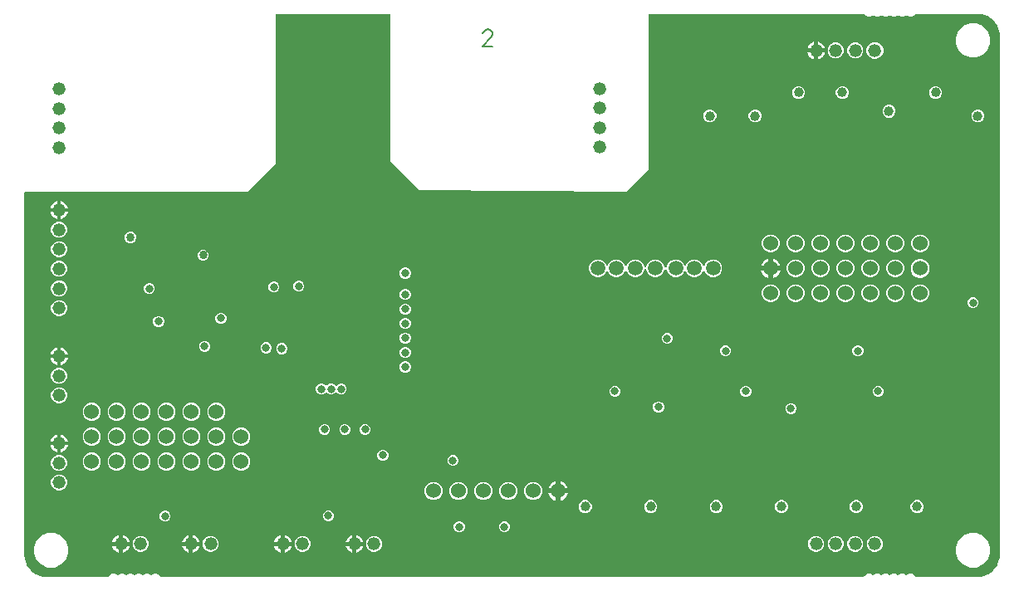
<source format=gbr>
G04 EAGLE Gerber RS-274X export*
G75*
%MOMM*%
%FSLAX34Y34*%
%LPD*%
%INCopper Layer 2*%
%IPPOS*%
%AMOC8*
5,1,8,0,0,1.08239X$1,22.5*%
G01*
%ADD10C,0.152400*%
%ADD11C,0.808000*%
%ADD12C,1.320800*%
%ADD13C,1.524000*%
%ADD14C,1.508000*%
%ADD15C,1.008000*%
%ADD16C,0.858000*%

G36*
X87885Y2798D02*
X87885Y2798D01*
X87914Y2796D01*
X88042Y2818D01*
X88171Y2835D01*
X88198Y2845D01*
X88227Y2850D01*
X88346Y2904D01*
X88466Y2952D01*
X88490Y2969D01*
X88517Y2981D01*
X88619Y3062D01*
X88724Y3138D01*
X88743Y3161D01*
X88766Y3180D01*
X88844Y3283D01*
X88927Y3383D01*
X88939Y3410D01*
X88957Y3434D01*
X89028Y3578D01*
X89053Y3639D01*
X90611Y5197D01*
X92648Y6041D01*
X94852Y6041D01*
X96889Y5197D01*
X97103Y4983D01*
X97197Y4910D01*
X97286Y4831D01*
X97322Y4813D01*
X97354Y4788D01*
X97463Y4741D01*
X97569Y4687D01*
X97609Y4678D01*
X97646Y4662D01*
X97763Y4643D01*
X97879Y4617D01*
X97920Y4618D01*
X97960Y4612D01*
X98079Y4623D01*
X98197Y4627D01*
X98236Y4638D01*
X98276Y4642D01*
X98388Y4682D01*
X98503Y4715D01*
X98538Y4736D01*
X98576Y4749D01*
X98674Y4816D01*
X98777Y4877D01*
X98822Y4917D01*
X98839Y4928D01*
X98852Y4943D01*
X98898Y4983D01*
X99112Y5197D01*
X101148Y6041D01*
X103352Y6041D01*
X105389Y5197D01*
X105603Y4983D01*
X105697Y4910D01*
X105786Y4831D01*
X105822Y4813D01*
X105854Y4788D01*
X105963Y4741D01*
X106069Y4687D01*
X106109Y4678D01*
X106146Y4662D01*
X106263Y4643D01*
X106379Y4617D01*
X106420Y4618D01*
X106460Y4612D01*
X106579Y4623D01*
X106697Y4627D01*
X106736Y4638D01*
X106776Y4642D01*
X106889Y4682D01*
X107003Y4715D01*
X107038Y4736D01*
X107076Y4749D01*
X107174Y4816D01*
X107277Y4877D01*
X107322Y4917D01*
X107339Y4928D01*
X107352Y4943D01*
X107398Y4983D01*
X107612Y5197D01*
X109648Y6041D01*
X111852Y6041D01*
X113889Y5197D01*
X114103Y4983D01*
X114197Y4910D01*
X114286Y4831D01*
X114322Y4813D01*
X114354Y4788D01*
X114463Y4741D01*
X114569Y4687D01*
X114609Y4678D01*
X114646Y4662D01*
X114763Y4643D01*
X114880Y4617D01*
X114920Y4618D01*
X114960Y4612D01*
X115079Y4623D01*
X115197Y4627D01*
X115236Y4638D01*
X115276Y4642D01*
X115389Y4682D01*
X115503Y4715D01*
X115538Y4736D01*
X115576Y4749D01*
X115674Y4816D01*
X115777Y4877D01*
X115822Y4917D01*
X115839Y4928D01*
X115852Y4943D01*
X115898Y4983D01*
X116112Y5197D01*
X118148Y6041D01*
X120352Y6041D01*
X122389Y5197D01*
X122603Y4983D01*
X122697Y4910D01*
X122786Y4831D01*
X122822Y4813D01*
X122854Y4788D01*
X122963Y4741D01*
X123069Y4687D01*
X123109Y4678D01*
X123146Y4662D01*
X123263Y4643D01*
X123380Y4617D01*
X123420Y4618D01*
X123460Y4612D01*
X123579Y4623D01*
X123697Y4627D01*
X123736Y4638D01*
X123776Y4642D01*
X123889Y4682D01*
X124003Y4715D01*
X124038Y4736D01*
X124076Y4749D01*
X124174Y4816D01*
X124277Y4877D01*
X124322Y4917D01*
X124339Y4928D01*
X124352Y4943D01*
X124398Y4983D01*
X124612Y5197D01*
X126648Y6041D01*
X128852Y6041D01*
X130889Y5197D01*
X131103Y4983D01*
X131197Y4910D01*
X131286Y4831D01*
X131322Y4813D01*
X131354Y4788D01*
X131463Y4741D01*
X131569Y4687D01*
X131609Y4678D01*
X131646Y4662D01*
X131763Y4643D01*
X131880Y4617D01*
X131920Y4618D01*
X131960Y4612D01*
X132079Y4623D01*
X132197Y4627D01*
X132236Y4638D01*
X132276Y4642D01*
X132389Y4682D01*
X132503Y4715D01*
X132538Y4736D01*
X132576Y4749D01*
X132674Y4816D01*
X132777Y4877D01*
X132822Y4917D01*
X132839Y4928D01*
X132852Y4943D01*
X132898Y4983D01*
X133112Y5197D01*
X135148Y6041D01*
X137352Y6041D01*
X139389Y5197D01*
X140947Y3639D01*
X140972Y3578D01*
X140987Y3553D01*
X140996Y3525D01*
X141066Y3415D01*
X141130Y3302D01*
X141150Y3281D01*
X141166Y3256D01*
X141261Y3167D01*
X141351Y3074D01*
X141376Y3058D01*
X141398Y3038D01*
X141512Y2975D01*
X141622Y2907D01*
X141651Y2899D01*
X141676Y2884D01*
X141802Y2852D01*
X141926Y2814D01*
X141956Y2812D01*
X141984Y2805D01*
X142145Y2795D01*
X857855Y2795D01*
X857885Y2798D01*
X857914Y2796D01*
X858042Y2818D01*
X858171Y2835D01*
X858198Y2845D01*
X858227Y2850D01*
X858346Y2904D01*
X858466Y2952D01*
X858490Y2969D01*
X858517Y2981D01*
X858619Y3062D01*
X858724Y3138D01*
X858743Y3161D01*
X858766Y3180D01*
X858844Y3283D01*
X858927Y3383D01*
X858939Y3410D01*
X858957Y3434D01*
X859028Y3578D01*
X859053Y3639D01*
X860611Y5197D01*
X862648Y6041D01*
X864852Y6041D01*
X866889Y5197D01*
X867103Y4983D01*
X867197Y4910D01*
X867286Y4831D01*
X867322Y4813D01*
X867354Y4788D01*
X867463Y4741D01*
X867569Y4687D01*
X867609Y4678D01*
X867646Y4662D01*
X867763Y4643D01*
X867879Y4617D01*
X867920Y4618D01*
X867960Y4612D01*
X868079Y4623D01*
X868197Y4627D01*
X868236Y4638D01*
X868276Y4642D01*
X868388Y4682D01*
X868503Y4715D01*
X868538Y4736D01*
X868576Y4749D01*
X868674Y4816D01*
X868777Y4877D01*
X868822Y4917D01*
X868839Y4928D01*
X868852Y4943D01*
X868898Y4983D01*
X869112Y5197D01*
X871148Y6041D01*
X873352Y6041D01*
X875389Y5197D01*
X875603Y4983D01*
X875697Y4910D01*
X875786Y4831D01*
X875822Y4813D01*
X875854Y4788D01*
X875963Y4741D01*
X876069Y4687D01*
X876109Y4678D01*
X876146Y4662D01*
X876263Y4643D01*
X876379Y4617D01*
X876420Y4618D01*
X876460Y4612D01*
X876579Y4623D01*
X876697Y4627D01*
X876736Y4638D01*
X876776Y4642D01*
X876889Y4682D01*
X877003Y4715D01*
X877038Y4736D01*
X877076Y4749D01*
X877174Y4816D01*
X877277Y4877D01*
X877322Y4917D01*
X877339Y4928D01*
X877352Y4943D01*
X877398Y4983D01*
X877612Y5197D01*
X879648Y6041D01*
X881852Y6041D01*
X883889Y5197D01*
X884103Y4983D01*
X884197Y4910D01*
X884286Y4832D01*
X884322Y4813D01*
X884354Y4788D01*
X884463Y4741D01*
X884569Y4687D01*
X884609Y4678D01*
X884646Y4662D01*
X884763Y4643D01*
X884879Y4617D01*
X884920Y4618D01*
X884960Y4612D01*
X885078Y4623D01*
X885197Y4627D01*
X885236Y4638D01*
X885276Y4642D01*
X885389Y4682D01*
X885503Y4715D01*
X885538Y4736D01*
X885576Y4750D01*
X885674Y4816D01*
X885777Y4877D01*
X885822Y4917D01*
X885839Y4928D01*
X885852Y4943D01*
X885898Y4983D01*
X886112Y5197D01*
X888148Y6041D01*
X890352Y6041D01*
X892389Y5197D01*
X892603Y4983D01*
X892697Y4910D01*
X892786Y4832D01*
X892822Y4813D01*
X892854Y4788D01*
X892963Y4741D01*
X893069Y4687D01*
X893109Y4678D01*
X893146Y4662D01*
X893263Y4643D01*
X893379Y4617D01*
X893420Y4618D01*
X893460Y4612D01*
X893578Y4623D01*
X893697Y4627D01*
X893736Y4638D01*
X893776Y4642D01*
X893889Y4682D01*
X894003Y4715D01*
X894038Y4736D01*
X894076Y4750D01*
X894174Y4816D01*
X894277Y4877D01*
X894322Y4917D01*
X894339Y4928D01*
X894352Y4943D01*
X894398Y4983D01*
X894612Y5197D01*
X896648Y6041D01*
X898852Y6041D01*
X900889Y5197D01*
X901103Y4983D01*
X901197Y4910D01*
X901286Y4831D01*
X901322Y4813D01*
X901354Y4788D01*
X901463Y4741D01*
X901569Y4687D01*
X901609Y4678D01*
X901646Y4662D01*
X901763Y4643D01*
X901880Y4617D01*
X901920Y4618D01*
X901960Y4612D01*
X902079Y4623D01*
X902197Y4627D01*
X902236Y4638D01*
X902276Y4642D01*
X902389Y4682D01*
X902503Y4715D01*
X902538Y4736D01*
X902576Y4749D01*
X902674Y4816D01*
X902777Y4877D01*
X902822Y4917D01*
X902839Y4928D01*
X902852Y4943D01*
X902898Y4983D01*
X903112Y5197D01*
X905148Y6041D01*
X907352Y6041D01*
X909389Y5197D01*
X910947Y3639D01*
X910972Y3578D01*
X910987Y3553D01*
X910996Y3525D01*
X911066Y3415D01*
X911130Y3302D01*
X911150Y3281D01*
X911166Y3256D01*
X911261Y3167D01*
X911351Y3074D01*
X911376Y3058D01*
X911398Y3038D01*
X911512Y2975D01*
X911622Y2907D01*
X911651Y2899D01*
X911676Y2884D01*
X911802Y2852D01*
X911926Y2814D01*
X911956Y2812D01*
X911984Y2805D01*
X912145Y2795D01*
X975000Y2795D01*
X975022Y2797D01*
X975100Y2799D01*
X978375Y3056D01*
X978442Y3070D01*
X978511Y3075D01*
X978667Y3115D01*
X984897Y5139D01*
X985004Y5189D01*
X985115Y5233D01*
X985166Y5265D01*
X985185Y5274D01*
X985200Y5287D01*
X985251Y5319D01*
X990550Y9169D01*
X990637Y9250D01*
X990728Y9326D01*
X990767Y9373D01*
X990782Y9387D01*
X990793Y9404D01*
X990831Y9450D01*
X994681Y14749D01*
X994698Y14781D01*
X994720Y14807D01*
X994752Y14874D01*
X994802Y14953D01*
X994824Y15010D01*
X994834Y15028D01*
X994839Y15048D01*
X994861Y15103D01*
X996885Y21333D01*
X996898Y21400D01*
X996921Y21466D01*
X996944Y21625D01*
X997201Y24900D01*
X997200Y24922D01*
X997205Y25000D01*
X997205Y555000D01*
X997203Y555022D01*
X997201Y555100D01*
X996944Y558375D01*
X996930Y558442D01*
X996925Y558511D01*
X996885Y558667D01*
X994861Y564897D01*
X994811Y565004D01*
X994767Y565115D01*
X994735Y565166D01*
X994726Y565185D01*
X994713Y565200D01*
X994681Y565251D01*
X990831Y570550D01*
X990750Y570637D01*
X990674Y570728D01*
X990627Y570767D01*
X990613Y570782D01*
X990596Y570793D01*
X990550Y570831D01*
X985251Y574681D01*
X985147Y574738D01*
X985047Y574802D01*
X984990Y574824D01*
X984972Y574834D01*
X984952Y574839D01*
X984897Y574861D01*
X978667Y576885D01*
X978599Y576898D01*
X978534Y576921D01*
X978375Y576944D01*
X975100Y577201D01*
X975078Y577200D01*
X975000Y577205D01*
X912145Y577205D01*
X912116Y577202D01*
X912086Y577204D01*
X911958Y577182D01*
X911829Y577165D01*
X911802Y577155D01*
X911773Y577150D01*
X911654Y577096D01*
X911534Y577048D01*
X911510Y577031D01*
X911483Y577019D01*
X911381Y576938D01*
X911276Y576862D01*
X911258Y576839D01*
X911235Y576820D01*
X911156Y576717D01*
X911074Y576617D01*
X911061Y576590D01*
X911043Y576566D01*
X910972Y576422D01*
X910947Y576361D01*
X909389Y574803D01*
X907352Y573959D01*
X905148Y573959D01*
X903112Y574803D01*
X902898Y575017D01*
X902804Y575090D01*
X902714Y575169D01*
X902678Y575187D01*
X902646Y575212D01*
X902537Y575259D01*
X902431Y575313D01*
X902392Y575322D01*
X902355Y575338D01*
X902237Y575357D01*
X902121Y575383D01*
X902080Y575382D01*
X902040Y575388D01*
X901922Y575377D01*
X901803Y575373D01*
X901764Y575362D01*
X901724Y575358D01*
X901612Y575318D01*
X901497Y575285D01*
X901463Y575264D01*
X901425Y575251D01*
X901326Y575184D01*
X901223Y575123D01*
X901178Y575083D01*
X901161Y575072D01*
X901148Y575057D01*
X901103Y575017D01*
X900889Y574803D01*
X898852Y573959D01*
X896648Y573959D01*
X894612Y574803D01*
X894398Y575017D01*
X894304Y575090D01*
X894214Y575169D01*
X894178Y575187D01*
X894146Y575212D01*
X894037Y575259D01*
X893931Y575313D01*
X893892Y575322D01*
X893855Y575338D01*
X893737Y575357D01*
X893621Y575383D01*
X893580Y575382D01*
X893540Y575388D01*
X893422Y575377D01*
X893303Y575373D01*
X893264Y575362D01*
X893224Y575358D01*
X893112Y575318D01*
X892997Y575285D01*
X892963Y575264D01*
X892925Y575251D01*
X892826Y575184D01*
X892723Y575123D01*
X892678Y575083D01*
X892661Y575072D01*
X892648Y575057D01*
X892603Y575017D01*
X892389Y574803D01*
X890352Y573959D01*
X888148Y573959D01*
X886112Y574803D01*
X885898Y575017D01*
X885804Y575090D01*
X885714Y575169D01*
X885678Y575187D01*
X885646Y575212D01*
X885537Y575259D01*
X885431Y575313D01*
X885391Y575322D01*
X885355Y575338D01*
X885237Y575357D01*
X885121Y575383D01*
X885080Y575382D01*
X885040Y575388D01*
X884922Y575377D01*
X884803Y575373D01*
X884764Y575362D01*
X884724Y575358D01*
X884612Y575318D01*
X884497Y575285D01*
X884463Y575264D01*
X884425Y575251D01*
X884326Y575184D01*
X884223Y575123D01*
X884178Y575083D01*
X884161Y575072D01*
X884148Y575057D01*
X884103Y575017D01*
X883889Y574803D01*
X881852Y573959D01*
X879648Y573959D01*
X877612Y574803D01*
X877398Y575017D01*
X877303Y575090D01*
X877214Y575169D01*
X877178Y575187D01*
X877146Y575212D01*
X877037Y575259D01*
X876931Y575313D01*
X876891Y575322D01*
X876854Y575338D01*
X876737Y575357D01*
X876621Y575383D01*
X876580Y575382D01*
X876540Y575388D01*
X876421Y575377D01*
X876303Y575373D01*
X876264Y575362D01*
X876224Y575358D01*
X876112Y575318D01*
X875997Y575285D01*
X875963Y575264D01*
X875924Y575251D01*
X875826Y575184D01*
X875723Y575123D01*
X875678Y575083D01*
X875661Y575072D01*
X875648Y575057D01*
X875603Y575017D01*
X875389Y574803D01*
X873352Y573959D01*
X871148Y573959D01*
X869112Y574803D01*
X868898Y575017D01*
X868803Y575090D01*
X868714Y575169D01*
X868678Y575187D01*
X868646Y575212D01*
X868537Y575259D01*
X868431Y575313D01*
X868391Y575322D01*
X868354Y575338D01*
X868237Y575357D01*
X868121Y575383D01*
X868080Y575382D01*
X868040Y575388D01*
X867921Y575377D01*
X867803Y575373D01*
X867764Y575362D01*
X867724Y575358D01*
X867612Y575318D01*
X867497Y575285D01*
X867462Y575264D01*
X867424Y575251D01*
X867326Y575184D01*
X867223Y575123D01*
X867178Y575083D01*
X867161Y575072D01*
X867148Y575057D01*
X867103Y575017D01*
X866889Y574803D01*
X864852Y573959D01*
X862648Y573959D01*
X860611Y574803D01*
X859053Y576361D01*
X859028Y576422D01*
X859013Y576447D01*
X859004Y576475D01*
X858935Y576585D01*
X858870Y576698D01*
X858850Y576719D01*
X858834Y576744D01*
X858739Y576833D01*
X858649Y576926D01*
X858624Y576942D01*
X858602Y576962D01*
X858489Y577025D01*
X858378Y577093D01*
X858350Y577101D01*
X858324Y577116D01*
X858198Y577148D01*
X858074Y577186D01*
X858044Y577188D01*
X858016Y577195D01*
X857855Y577205D01*
X640556Y577205D01*
X640438Y577190D01*
X640319Y577183D01*
X640281Y577170D01*
X640241Y577165D01*
X640130Y577122D01*
X640017Y577085D01*
X639983Y577063D01*
X639945Y577048D01*
X639849Y576979D01*
X639748Y576915D01*
X639720Y576885D01*
X639688Y576862D01*
X639612Y576770D01*
X639530Y576683D01*
X639511Y576648D01*
X639485Y576617D01*
X639434Y576509D01*
X639377Y576405D01*
X639367Y576365D01*
X639349Y576329D01*
X639327Y576212D01*
X639297Y576097D01*
X639293Y576037D01*
X639290Y576017D01*
X639291Y575996D01*
X639287Y575936D01*
X639287Y418832D01*
X616222Y395767D01*
X405503Y397186D01*
X375919Y426770D01*
X375919Y575936D01*
X375904Y576054D01*
X375897Y576173D01*
X375884Y576211D01*
X375879Y576252D01*
X375836Y576362D01*
X375799Y576475D01*
X375777Y576510D01*
X375762Y576547D01*
X375693Y576643D01*
X375629Y576744D01*
X375599Y576772D01*
X375576Y576805D01*
X375484Y576881D01*
X375397Y576962D01*
X375362Y576982D01*
X375331Y577007D01*
X375223Y577058D01*
X375119Y577116D01*
X375079Y577126D01*
X375043Y577143D01*
X374926Y577165D01*
X374811Y577195D01*
X374751Y577199D01*
X374731Y577203D01*
X374710Y577201D01*
X374650Y577205D01*
X260350Y577205D01*
X260232Y577190D01*
X260113Y577183D01*
X260075Y577170D01*
X260034Y577165D01*
X259924Y577122D01*
X259811Y577085D01*
X259776Y577063D01*
X259739Y577048D01*
X259643Y576979D01*
X259542Y576915D01*
X259514Y576885D01*
X259481Y576862D01*
X259406Y576770D01*
X259324Y576683D01*
X259304Y576648D01*
X259279Y576617D01*
X259228Y576509D01*
X259170Y576405D01*
X259160Y576365D01*
X259143Y576329D01*
X259121Y576212D01*
X259091Y576097D01*
X259087Y576037D01*
X259083Y576017D01*
X259085Y575996D01*
X259081Y575936D01*
X259081Y424388D01*
X230456Y395763D01*
X14361Y395763D01*
X14356Y395762D01*
X14346Y395763D01*
X4049Y395643D01*
X3939Y395628D01*
X3827Y395621D01*
X3782Y395606D01*
X3734Y395600D01*
X3631Y395557D01*
X3525Y395523D01*
X3484Y395497D01*
X3440Y395479D01*
X3350Y395413D01*
X3256Y395353D01*
X3223Y395318D01*
X3185Y395289D01*
X3115Y395203D01*
X3038Y395121D01*
X3015Y395079D01*
X2985Y395042D01*
X2938Y394940D01*
X2884Y394843D01*
X2872Y394796D01*
X2853Y394753D01*
X2833Y394643D01*
X2805Y394535D01*
X2800Y394461D01*
X2796Y394440D01*
X2798Y394422D01*
X2795Y394374D01*
X2795Y25000D01*
X2797Y24978D01*
X2799Y24900D01*
X3056Y21625D01*
X3070Y21558D01*
X3075Y21489D01*
X3115Y21333D01*
X5139Y15103D01*
X5183Y15009D01*
X5203Y14948D01*
X5217Y14925D01*
X5233Y14885D01*
X5265Y14834D01*
X5274Y14815D01*
X5287Y14800D01*
X5319Y14749D01*
X9169Y9450D01*
X9250Y9363D01*
X9326Y9272D01*
X9373Y9233D01*
X9387Y9218D01*
X9404Y9207D01*
X9450Y9169D01*
X14749Y5319D01*
X14853Y5262D01*
X14953Y5198D01*
X15010Y5176D01*
X15028Y5166D01*
X15048Y5161D01*
X15103Y5139D01*
X21332Y3115D01*
X21333Y3115D01*
X21400Y3102D01*
X21466Y3079D01*
X21625Y3056D01*
X24900Y2799D01*
X24922Y2800D01*
X25000Y2795D01*
X87855Y2795D01*
X87885Y2798D01*
G37*
%LPC*%
G36*
X585572Y308435D02*
X585572Y308435D01*
X582240Y309815D01*
X579690Y312365D01*
X578310Y315697D01*
X578310Y319303D01*
X579690Y322635D01*
X582240Y325185D01*
X585572Y326565D01*
X589178Y326565D01*
X592510Y325185D01*
X595060Y322635D01*
X595727Y321023D01*
X595796Y320902D01*
X595861Y320779D01*
X595875Y320764D01*
X595885Y320747D01*
X595982Y320647D01*
X596075Y320544D01*
X596092Y320533D01*
X596106Y320518D01*
X596224Y320446D01*
X596341Y320369D01*
X596360Y320363D01*
X596377Y320352D01*
X596510Y320311D01*
X596642Y320266D01*
X596662Y320264D01*
X596681Y320258D01*
X596820Y320252D01*
X596959Y320241D01*
X596979Y320244D01*
X596999Y320243D01*
X597135Y320271D01*
X597272Y320295D01*
X597291Y320303D01*
X597310Y320308D01*
X597435Y320369D01*
X597562Y320426D01*
X597578Y320438D01*
X597596Y320447D01*
X597702Y320538D01*
X597810Y320624D01*
X597823Y320640D01*
X597838Y320654D01*
X597918Y320767D01*
X598002Y320878D01*
X598014Y320904D01*
X598021Y320914D01*
X598028Y320933D01*
X598073Y321023D01*
X598740Y322635D01*
X601290Y325185D01*
X604622Y326565D01*
X608228Y326565D01*
X611560Y325185D01*
X614110Y322635D01*
X614777Y321023D01*
X614846Y320902D01*
X614911Y320779D01*
X614925Y320764D01*
X614935Y320747D01*
X615032Y320647D01*
X615125Y320544D01*
X615142Y320533D01*
X615156Y320518D01*
X615275Y320445D01*
X615391Y320369D01*
X615410Y320363D01*
X615427Y320352D01*
X615560Y320311D01*
X615692Y320266D01*
X615712Y320264D01*
X615731Y320258D01*
X615870Y320252D01*
X616009Y320241D01*
X616029Y320244D01*
X616049Y320243D01*
X616185Y320271D01*
X616322Y320295D01*
X616341Y320303D01*
X616360Y320308D01*
X616486Y320369D01*
X616612Y320426D01*
X616628Y320438D01*
X616646Y320447D01*
X616752Y320537D01*
X616860Y320624D01*
X616873Y320640D01*
X616888Y320654D01*
X616968Y320767D01*
X617052Y320878D01*
X617064Y320904D01*
X617071Y320914D01*
X617078Y320933D01*
X617123Y321023D01*
X617790Y322635D01*
X620340Y325185D01*
X623672Y326565D01*
X627278Y326565D01*
X630610Y325185D01*
X633160Y322635D01*
X634621Y319107D01*
X634690Y318986D01*
X634755Y318863D01*
X634769Y318848D01*
X634779Y318830D01*
X634875Y318730D01*
X634969Y318628D01*
X634986Y318616D01*
X635000Y318602D01*
X635118Y318529D01*
X635235Y318453D01*
X635254Y318446D01*
X635271Y318436D01*
X635404Y318395D01*
X635535Y318350D01*
X635556Y318348D01*
X635575Y318342D01*
X635714Y318335D01*
X635852Y318324D01*
X635872Y318328D01*
X635893Y318327D01*
X636029Y318355D01*
X636166Y318379D01*
X636184Y318387D01*
X636204Y318391D01*
X636329Y318452D01*
X636456Y318509D01*
X636472Y318522D01*
X636490Y318531D01*
X636596Y318621D01*
X636704Y318708D01*
X636716Y318724D01*
X636732Y318737D01*
X636812Y318851D01*
X636895Y318962D01*
X636908Y318987D01*
X636915Y318997D01*
X636922Y319017D01*
X636966Y319107D01*
X638428Y322635D01*
X640978Y325185D01*
X644309Y326565D01*
X647916Y326565D01*
X651247Y325185D01*
X653797Y322635D01*
X655259Y319107D01*
X655327Y318986D01*
X655392Y318863D01*
X655406Y318848D01*
X655416Y318830D01*
X655513Y318730D01*
X655606Y318628D01*
X655623Y318616D01*
X655637Y318602D01*
X655756Y318529D01*
X655872Y318453D01*
X655891Y318446D01*
X655909Y318436D01*
X656041Y318395D01*
X656173Y318350D01*
X656193Y318348D01*
X656212Y318342D01*
X656351Y318335D01*
X656490Y318324D01*
X656510Y318328D01*
X656530Y318327D01*
X656666Y318355D01*
X656803Y318379D01*
X656822Y318387D01*
X656842Y318391D01*
X656967Y318453D01*
X657093Y318509D01*
X657109Y318522D01*
X657127Y318531D01*
X657234Y318622D01*
X657342Y318708D01*
X657354Y318724D01*
X657369Y318737D01*
X657450Y318851D01*
X657533Y318962D01*
X657545Y318987D01*
X657552Y318997D01*
X657560Y319017D01*
X657604Y319107D01*
X659065Y322635D01*
X661615Y325185D01*
X664947Y326565D01*
X668553Y326565D01*
X671885Y325185D01*
X674435Y322635D01*
X675102Y321023D01*
X675171Y320902D01*
X675236Y320779D01*
X675250Y320764D01*
X675260Y320747D01*
X675357Y320647D01*
X675450Y320544D01*
X675467Y320533D01*
X675481Y320518D01*
X675600Y320445D01*
X675716Y320369D01*
X675735Y320363D01*
X675752Y320352D01*
X675885Y320311D01*
X676017Y320266D01*
X676037Y320264D01*
X676056Y320258D01*
X676195Y320252D01*
X676334Y320241D01*
X676354Y320244D01*
X676374Y320243D01*
X676510Y320271D01*
X676647Y320295D01*
X676666Y320303D01*
X676685Y320308D01*
X676811Y320369D01*
X676937Y320426D01*
X676953Y320438D01*
X676971Y320447D01*
X677077Y320537D01*
X677185Y320624D01*
X677198Y320640D01*
X677213Y320654D01*
X677293Y320767D01*
X677377Y320878D01*
X677389Y320904D01*
X677396Y320914D01*
X677403Y320933D01*
X677448Y321023D01*
X678115Y322635D01*
X680665Y325185D01*
X683997Y326565D01*
X687603Y326565D01*
X690935Y325185D01*
X693485Y322635D01*
X694152Y321023D01*
X694221Y320902D01*
X694286Y320779D01*
X694300Y320764D01*
X694310Y320747D01*
X694407Y320647D01*
X694500Y320544D01*
X694517Y320533D01*
X694531Y320518D01*
X694649Y320446D01*
X694766Y320369D01*
X694785Y320363D01*
X694802Y320352D01*
X694935Y320311D01*
X695067Y320266D01*
X695087Y320264D01*
X695106Y320258D01*
X695245Y320252D01*
X695384Y320241D01*
X695404Y320244D01*
X695424Y320243D01*
X695560Y320271D01*
X695697Y320295D01*
X695716Y320303D01*
X695735Y320307D01*
X695860Y320369D01*
X695987Y320426D01*
X696003Y320438D01*
X696021Y320447D01*
X696127Y320537D01*
X696235Y320624D01*
X696248Y320640D01*
X696263Y320654D01*
X696343Y320767D01*
X696427Y320878D01*
X696439Y320904D01*
X696446Y320914D01*
X696453Y320933D01*
X696498Y321023D01*
X697165Y322635D01*
X699715Y325185D01*
X703047Y326565D01*
X706653Y326565D01*
X709985Y325185D01*
X712535Y322635D01*
X713915Y319303D01*
X713915Y315697D01*
X712535Y312365D01*
X709985Y309815D01*
X706653Y308435D01*
X703047Y308435D01*
X699715Y309815D01*
X697165Y312365D01*
X696498Y313977D01*
X696429Y314098D01*
X696364Y314221D01*
X696350Y314236D01*
X696340Y314253D01*
X696243Y314353D01*
X696150Y314456D01*
X696133Y314467D01*
X696119Y314482D01*
X696000Y314554D01*
X695884Y314631D01*
X695865Y314637D01*
X695848Y314648D01*
X695715Y314689D01*
X695583Y314734D01*
X695563Y314736D01*
X695544Y314742D01*
X695405Y314748D01*
X695266Y314759D01*
X695246Y314756D01*
X695226Y314757D01*
X695090Y314729D01*
X694953Y314705D01*
X694934Y314697D01*
X694915Y314693D01*
X694789Y314631D01*
X694663Y314574D01*
X694647Y314562D01*
X694629Y314553D01*
X694523Y314462D01*
X694415Y314376D01*
X694402Y314360D01*
X694387Y314346D01*
X694307Y314233D01*
X694223Y314122D01*
X694211Y314096D01*
X694204Y314086D01*
X694197Y314067D01*
X694152Y313977D01*
X693485Y312365D01*
X690935Y309815D01*
X687603Y308435D01*
X683997Y308435D01*
X680665Y309815D01*
X678115Y312365D01*
X677448Y313977D01*
X677379Y314098D01*
X677314Y314221D01*
X677300Y314236D01*
X677290Y314253D01*
X677193Y314353D01*
X677100Y314456D01*
X677083Y314467D01*
X677069Y314482D01*
X676951Y314554D01*
X676834Y314631D01*
X676815Y314637D01*
X676798Y314648D01*
X676665Y314689D01*
X676533Y314734D01*
X676513Y314736D01*
X676494Y314742D01*
X676355Y314748D01*
X676216Y314759D01*
X676196Y314756D01*
X676176Y314757D01*
X676040Y314729D01*
X675903Y314705D01*
X675884Y314697D01*
X675865Y314692D01*
X675740Y314631D01*
X675613Y314574D01*
X675597Y314562D01*
X675579Y314553D01*
X675473Y314462D01*
X675365Y314376D01*
X675352Y314360D01*
X675337Y314346D01*
X675257Y314233D01*
X675173Y314122D01*
X675161Y314096D01*
X675154Y314086D01*
X675147Y314067D01*
X675102Y313977D01*
X674435Y312365D01*
X671885Y309815D01*
X668553Y308435D01*
X664947Y308435D01*
X661615Y309815D01*
X659065Y312365D01*
X657604Y315893D01*
X657535Y316014D01*
X657470Y316137D01*
X657456Y316152D01*
X657446Y316170D01*
X657350Y316270D01*
X657256Y316372D01*
X657239Y316383D01*
X657225Y316398D01*
X657106Y316471D01*
X656990Y316547D01*
X656971Y316554D01*
X656954Y316564D01*
X656821Y316605D01*
X656690Y316650D01*
X656669Y316652D01*
X656650Y316658D01*
X656512Y316665D01*
X656373Y316676D01*
X656352Y316672D01*
X656332Y316673D01*
X656197Y316645D01*
X656059Y316621D01*
X656041Y316613D01*
X656021Y316609D01*
X655896Y316547D01*
X655769Y316491D01*
X655753Y316478D01*
X655735Y316469D01*
X655629Y316379D01*
X655521Y316292D01*
X655509Y316276D01*
X655493Y316263D01*
X655413Y316149D01*
X655330Y316038D01*
X655317Y316013D01*
X655310Y316003D01*
X655303Y315983D01*
X655259Y315893D01*
X653797Y312365D01*
X651247Y309815D01*
X647916Y308435D01*
X644309Y308435D01*
X640978Y309815D01*
X638428Y312365D01*
X636966Y315893D01*
X636898Y316014D01*
X636832Y316137D01*
X636819Y316152D01*
X636809Y316170D01*
X636712Y316270D01*
X636619Y316372D01*
X636602Y316384D01*
X636588Y316398D01*
X636469Y316471D01*
X636353Y316547D01*
X636334Y316554D01*
X636316Y316564D01*
X636184Y316605D01*
X636052Y316650D01*
X636032Y316652D01*
X636012Y316658D01*
X635874Y316665D01*
X635735Y316676D01*
X635715Y316672D01*
X635695Y316673D01*
X635559Y316645D01*
X635422Y316621D01*
X635403Y316613D01*
X635383Y316609D01*
X635258Y316548D01*
X635132Y316491D01*
X635116Y316478D01*
X635098Y316469D01*
X634992Y316379D01*
X634883Y316292D01*
X634871Y316276D01*
X634856Y316263D01*
X634775Y316149D01*
X634692Y316038D01*
X634680Y316013D01*
X634673Y316003D01*
X634665Y315983D01*
X634621Y315893D01*
X633160Y312365D01*
X630610Y309815D01*
X627278Y308435D01*
X623672Y308435D01*
X620340Y309815D01*
X617790Y312365D01*
X617123Y313977D01*
X617054Y314098D01*
X616989Y314221D01*
X616975Y314236D01*
X616965Y314253D01*
X616868Y314353D01*
X616775Y314456D01*
X616758Y314467D01*
X616744Y314482D01*
X616626Y314554D01*
X616509Y314631D01*
X616490Y314637D01*
X616473Y314648D01*
X616340Y314689D01*
X616208Y314734D01*
X616188Y314736D01*
X616169Y314742D01*
X616030Y314748D01*
X615891Y314759D01*
X615871Y314756D01*
X615851Y314757D01*
X615715Y314729D01*
X615578Y314705D01*
X615559Y314697D01*
X615540Y314692D01*
X615415Y314631D01*
X615288Y314574D01*
X615272Y314562D01*
X615254Y314553D01*
X615148Y314462D01*
X615040Y314376D01*
X615027Y314360D01*
X615012Y314346D01*
X614932Y314233D01*
X614848Y314122D01*
X614836Y314096D01*
X614829Y314086D01*
X614822Y314067D01*
X614777Y313977D01*
X614110Y312365D01*
X611560Y309815D01*
X608228Y308435D01*
X604622Y308435D01*
X601290Y309815D01*
X598740Y312365D01*
X598073Y313977D01*
X598004Y314098D01*
X597939Y314221D01*
X597925Y314236D01*
X597915Y314253D01*
X597818Y314353D01*
X597725Y314456D01*
X597708Y314467D01*
X597694Y314482D01*
X597575Y314555D01*
X597459Y314631D01*
X597440Y314637D01*
X597423Y314648D01*
X597290Y314689D01*
X597158Y314734D01*
X597138Y314736D01*
X597119Y314742D01*
X596980Y314748D01*
X596841Y314759D01*
X596821Y314756D01*
X596801Y314757D01*
X596665Y314729D01*
X596528Y314705D01*
X596509Y314697D01*
X596490Y314692D01*
X596364Y314631D01*
X596238Y314574D01*
X596222Y314562D01*
X596204Y314553D01*
X596098Y314463D01*
X595990Y314376D01*
X595977Y314360D01*
X595962Y314346D01*
X595882Y314233D01*
X595798Y314122D01*
X595786Y314096D01*
X595779Y314086D01*
X595772Y314067D01*
X595727Y313977D01*
X595060Y312365D01*
X592510Y309815D01*
X589178Y308435D01*
X585572Y308435D01*
G37*
%LPD*%
%LPC*%
G36*
X966511Y532459D02*
X966511Y532459D01*
X960064Y535130D01*
X955130Y540064D01*
X952459Y546511D01*
X952459Y553489D01*
X955130Y559936D01*
X960064Y564870D01*
X966511Y567541D01*
X973489Y567541D01*
X979936Y564870D01*
X984870Y559936D01*
X987541Y553489D01*
X987541Y546511D01*
X984870Y540064D01*
X979936Y535130D01*
X973489Y532459D01*
X966511Y532459D01*
G37*
%LPD*%
%LPC*%
G36*
X26511Y12459D02*
X26511Y12459D01*
X20064Y15130D01*
X15130Y20064D01*
X12459Y26511D01*
X12459Y33489D01*
X15130Y39936D01*
X20064Y44870D01*
X26511Y47541D01*
X33489Y47541D01*
X39936Y44870D01*
X44870Y39936D01*
X47541Y33489D01*
X47541Y26511D01*
X44870Y20064D01*
X39936Y15130D01*
X33489Y12459D01*
X26511Y12459D01*
G37*
%LPD*%
%LPC*%
G36*
X966511Y12459D02*
X966511Y12459D01*
X960064Y15130D01*
X955130Y20064D01*
X952459Y26511D01*
X952459Y33489D01*
X955130Y39936D01*
X960064Y44870D01*
X966511Y47541D01*
X973489Y47541D01*
X979936Y44870D01*
X984870Y39936D01*
X987541Y33489D01*
X987541Y26511D01*
X984870Y20064D01*
X979936Y15130D01*
X973489Y12459D01*
X966511Y12459D01*
G37*
%LPD*%
%LPC*%
G36*
X914067Y307847D02*
X914067Y307847D01*
X910520Y309317D01*
X907804Y312032D01*
X906335Y315580D01*
X906335Y319420D01*
X907804Y322968D01*
X910520Y325683D01*
X914067Y327153D01*
X917908Y327153D01*
X921455Y325683D01*
X924171Y322968D01*
X925640Y319420D01*
X925640Y315580D01*
X924171Y312032D01*
X921455Y309317D01*
X917908Y307847D01*
X914067Y307847D01*
G37*
%LPD*%
%LPC*%
G36*
X304487Y188904D02*
X304487Y188904D01*
X302442Y189751D01*
X300876Y191317D01*
X300029Y193362D01*
X300029Y195576D01*
X300876Y197621D01*
X302442Y199186D01*
X304487Y200033D01*
X306701Y200033D01*
X308746Y199186D01*
X309657Y198275D01*
X309751Y198202D01*
X309841Y198123D01*
X309876Y198105D01*
X309908Y198080D01*
X310018Y198033D01*
X310124Y197979D01*
X310163Y197970D01*
X310200Y197954D01*
X310318Y197935D01*
X310434Y197909D01*
X310474Y197910D01*
X310514Y197904D01*
X310633Y197915D01*
X310752Y197919D01*
X310791Y197930D01*
X310831Y197934D01*
X310943Y197974D01*
X311057Y198007D01*
X311092Y198028D01*
X311130Y198041D01*
X311229Y198108D01*
X311331Y198169D01*
X311377Y198208D01*
X311393Y198220D01*
X311407Y198235D01*
X311452Y198275D01*
X312363Y199186D01*
X314409Y200033D01*
X316623Y200033D01*
X318668Y199186D01*
X319778Y198077D01*
X319872Y198004D01*
X319961Y197925D01*
X319997Y197906D01*
X320029Y197882D01*
X320138Y197834D01*
X320244Y197780D01*
X320283Y197771D01*
X320321Y197755D01*
X320438Y197737D01*
X320554Y197711D01*
X320595Y197712D01*
X320635Y197705D01*
X320753Y197717D01*
X320872Y197720D01*
X320911Y197731D01*
X320951Y197735D01*
X321063Y197776D01*
X321178Y197809D01*
X321213Y197829D01*
X321251Y197843D01*
X321349Y197910D01*
X321452Y197970D01*
X321497Y198010D01*
X321514Y198021D01*
X321527Y198037D01*
X321573Y198077D01*
X322682Y199186D01*
X324727Y200033D01*
X326941Y200033D01*
X328987Y199186D01*
X330552Y197621D01*
X331399Y195576D01*
X331399Y193362D01*
X330552Y191317D01*
X328987Y189751D01*
X326941Y188904D01*
X324727Y188904D01*
X322682Y189751D01*
X321573Y190861D01*
X321478Y190934D01*
X321389Y191013D01*
X321353Y191031D01*
X321321Y191056D01*
X321212Y191103D01*
X321106Y191157D01*
X321067Y191166D01*
X321029Y191182D01*
X320912Y191201D01*
X320796Y191227D01*
X320755Y191226D01*
X320715Y191232D01*
X320597Y191221D01*
X320478Y191217D01*
X320439Y191206D01*
X320399Y191202D01*
X320286Y191162D01*
X320172Y191129D01*
X320138Y191108D01*
X320099Y191095D01*
X320001Y191028D01*
X319898Y190967D01*
X319853Y190927D01*
X319836Y190916D01*
X319823Y190901D01*
X319778Y190861D01*
X318668Y189751D01*
X316623Y188904D01*
X314409Y188904D01*
X312363Y189751D01*
X311452Y190662D01*
X311358Y190735D01*
X311269Y190814D01*
X311233Y190833D01*
X311201Y190857D01*
X311092Y190905D01*
X310986Y190959D01*
X310946Y190968D01*
X310909Y190984D01*
X310791Y191002D01*
X310675Y191028D01*
X310635Y191027D01*
X310595Y191034D01*
X310476Y191022D01*
X310357Y191019D01*
X310319Y191008D01*
X310278Y191004D01*
X310166Y190963D01*
X310052Y190930D01*
X310017Y190910D01*
X309979Y190896D01*
X309881Y190829D01*
X309778Y190769D01*
X309733Y190729D01*
X309716Y190718D01*
X309702Y190702D01*
X309657Y190662D01*
X308746Y189751D01*
X306701Y188904D01*
X304487Y188904D01*
G37*
%LPD*%
%LPC*%
G36*
X120418Y111505D02*
X120418Y111505D01*
X117057Y112897D01*
X114485Y115470D01*
X113093Y118831D01*
X113093Y122469D01*
X114485Y125830D01*
X117057Y128403D01*
X120418Y129795D01*
X124057Y129795D01*
X127418Y128403D01*
X129990Y125830D01*
X131382Y122469D01*
X131382Y118831D01*
X129990Y115470D01*
X127418Y112897D01*
X124057Y111505D01*
X120418Y111505D01*
G37*
%LPD*%
%LPC*%
G36*
X171218Y136905D02*
X171218Y136905D01*
X167857Y138297D01*
X165285Y140870D01*
X163893Y144231D01*
X163893Y147869D01*
X165285Y151230D01*
X167857Y153803D01*
X171218Y155195D01*
X174857Y155195D01*
X178218Y153803D01*
X180790Y151230D01*
X182182Y147869D01*
X182182Y144231D01*
X180790Y140870D01*
X178218Y138297D01*
X174857Y136905D01*
X171218Y136905D01*
G37*
%LPD*%
%LPC*%
G36*
X812568Y282955D02*
X812568Y282955D01*
X809207Y284347D01*
X806635Y286920D01*
X805243Y290281D01*
X805243Y293919D01*
X806635Y297280D01*
X809207Y299853D01*
X812568Y301245D01*
X816207Y301245D01*
X819568Y299853D01*
X822140Y297280D01*
X823532Y293919D01*
X823532Y290281D01*
X822140Y286920D01*
X819568Y284347D01*
X816207Y282955D01*
X812568Y282955D01*
G37*
%LPD*%
%LPC*%
G36*
X95018Y162305D02*
X95018Y162305D01*
X91657Y163697D01*
X89085Y166270D01*
X87693Y169631D01*
X87693Y173269D01*
X89085Y176630D01*
X91657Y179203D01*
X95018Y180595D01*
X98657Y180595D01*
X102018Y179203D01*
X104590Y176630D01*
X105982Y173269D01*
X105982Y169631D01*
X104590Y166270D01*
X102018Y163697D01*
X98657Y162305D01*
X95018Y162305D01*
G37*
%LPD*%
%LPC*%
G36*
X837968Y282955D02*
X837968Y282955D01*
X834607Y284347D01*
X832035Y286920D01*
X830643Y290281D01*
X830643Y293919D01*
X832035Y297280D01*
X834607Y299853D01*
X837968Y301245D01*
X841607Y301245D01*
X844968Y299853D01*
X847540Y297280D01*
X848932Y293919D01*
X848932Y290281D01*
X847540Y286920D01*
X844968Y284347D01*
X841607Y282955D01*
X837968Y282955D01*
G37*
%LPD*%
%LPC*%
G36*
X863368Y282955D02*
X863368Y282955D01*
X860007Y284347D01*
X857435Y286920D01*
X856043Y290281D01*
X856043Y293919D01*
X857435Y297280D01*
X860007Y299853D01*
X863368Y301245D01*
X867007Y301245D01*
X870368Y299853D01*
X872940Y297280D01*
X874332Y293919D01*
X874332Y290281D01*
X872940Y286920D01*
X870368Y284347D01*
X867007Y282955D01*
X863368Y282955D01*
G37*
%LPD*%
%LPC*%
G36*
X888768Y282955D02*
X888768Y282955D01*
X885407Y284347D01*
X882835Y286920D01*
X881443Y290281D01*
X881443Y293919D01*
X882835Y297280D01*
X885407Y299853D01*
X888768Y301245D01*
X892407Y301245D01*
X895768Y299853D01*
X898340Y297280D01*
X899732Y293919D01*
X899732Y290281D01*
X898340Y286920D01*
X895768Y284347D01*
X892407Y282955D01*
X888768Y282955D01*
G37*
%LPD*%
%LPC*%
G36*
X914168Y282955D02*
X914168Y282955D01*
X910807Y284347D01*
X908235Y286920D01*
X906843Y290281D01*
X906843Y293919D01*
X908235Y297280D01*
X910807Y299853D01*
X914168Y301245D01*
X917807Y301245D01*
X921168Y299853D01*
X923740Y297280D01*
X925132Y293919D01*
X925132Y290281D01*
X923740Y286920D01*
X921168Y284347D01*
X917807Y282955D01*
X914168Y282955D01*
G37*
%LPD*%
%LPC*%
G36*
X761768Y282955D02*
X761768Y282955D01*
X758407Y284347D01*
X755835Y286920D01*
X754443Y290281D01*
X754443Y293919D01*
X755835Y297280D01*
X758407Y299853D01*
X761768Y301245D01*
X765407Y301245D01*
X768768Y299853D01*
X771340Y297280D01*
X772732Y293919D01*
X772732Y290281D01*
X771340Y286920D01*
X768768Y284347D01*
X765407Y282955D01*
X761768Y282955D01*
G37*
%LPD*%
%LPC*%
G36*
X69618Y136905D02*
X69618Y136905D01*
X66257Y138297D01*
X63685Y140870D01*
X62293Y144231D01*
X62293Y147869D01*
X63685Y151230D01*
X66257Y153803D01*
X69618Y155195D01*
X73257Y155195D01*
X76618Y153803D01*
X79190Y151230D01*
X80582Y147869D01*
X80582Y144231D01*
X79190Y140870D01*
X76618Y138297D01*
X73257Y136905D01*
X69618Y136905D01*
G37*
%LPD*%
%LPC*%
G36*
X95018Y136905D02*
X95018Y136905D01*
X91657Y138297D01*
X89085Y140870D01*
X87693Y144231D01*
X87693Y147869D01*
X89085Y151230D01*
X91657Y153803D01*
X95018Y155195D01*
X98657Y155195D01*
X102018Y153803D01*
X104590Y151230D01*
X105982Y147869D01*
X105982Y144231D01*
X104590Y140870D01*
X102018Y138297D01*
X98657Y136905D01*
X95018Y136905D01*
G37*
%LPD*%
%LPC*%
G36*
X120418Y136905D02*
X120418Y136905D01*
X117057Y138297D01*
X114485Y140870D01*
X113093Y144231D01*
X113093Y147869D01*
X114485Y151230D01*
X117057Y153803D01*
X120418Y155195D01*
X124057Y155195D01*
X127418Y153803D01*
X129990Y151230D01*
X131382Y147869D01*
X131382Y144231D01*
X129990Y140870D01*
X127418Y138297D01*
X124057Y136905D01*
X120418Y136905D01*
G37*
%LPD*%
%LPC*%
G36*
X196618Y136905D02*
X196618Y136905D01*
X193257Y138297D01*
X190685Y140870D01*
X189293Y144231D01*
X189293Y147869D01*
X190685Y151230D01*
X193257Y153803D01*
X196618Y155195D01*
X200257Y155195D01*
X203618Y153803D01*
X206190Y151230D01*
X207582Y147869D01*
X207582Y144231D01*
X206190Y140870D01*
X203618Y138297D01*
X200257Y136905D01*
X196618Y136905D01*
G37*
%LPD*%
%LPC*%
G36*
X196618Y162305D02*
X196618Y162305D01*
X193257Y163697D01*
X190685Y166270D01*
X189293Y169631D01*
X189293Y173269D01*
X190685Y176630D01*
X193257Y179203D01*
X196618Y180595D01*
X200257Y180595D01*
X203618Y179203D01*
X206190Y176630D01*
X207582Y173269D01*
X207582Y169631D01*
X206190Y166270D01*
X203618Y163697D01*
X200257Y162305D01*
X196618Y162305D01*
G37*
%LPD*%
%LPC*%
G36*
X171218Y162305D02*
X171218Y162305D01*
X167857Y163697D01*
X165285Y166270D01*
X163893Y169631D01*
X163893Y173269D01*
X165285Y176630D01*
X167857Y179203D01*
X171218Y180595D01*
X174857Y180595D01*
X178218Y179203D01*
X180790Y176630D01*
X182182Y173269D01*
X182182Y169631D01*
X180790Y166270D01*
X178218Y163697D01*
X174857Y162305D01*
X171218Y162305D01*
G37*
%LPD*%
%LPC*%
G36*
X914168Y333755D02*
X914168Y333755D01*
X910807Y335147D01*
X908235Y337720D01*
X906843Y341081D01*
X906843Y344719D01*
X908235Y348080D01*
X910807Y350653D01*
X914168Y352045D01*
X917807Y352045D01*
X921168Y350653D01*
X923740Y348080D01*
X925132Y344719D01*
X925132Y341081D01*
X923740Y337720D01*
X921168Y335147D01*
X917807Y333755D01*
X914168Y333755D01*
G37*
%LPD*%
%LPC*%
G36*
X888768Y333755D02*
X888768Y333755D01*
X885407Y335147D01*
X882835Y337720D01*
X881443Y341081D01*
X881443Y344719D01*
X882835Y348080D01*
X885407Y350653D01*
X888768Y352045D01*
X892407Y352045D01*
X895768Y350653D01*
X898340Y348080D01*
X899732Y344719D01*
X899732Y341081D01*
X898340Y337720D01*
X895768Y335147D01*
X892407Y333755D01*
X888768Y333755D01*
G37*
%LPD*%
%LPC*%
G36*
X863368Y333755D02*
X863368Y333755D01*
X860007Y335147D01*
X857435Y337720D01*
X856043Y341081D01*
X856043Y344719D01*
X857435Y348080D01*
X860007Y350653D01*
X863368Y352045D01*
X867007Y352045D01*
X870368Y350653D01*
X872940Y348080D01*
X874332Y344719D01*
X874332Y341081D01*
X872940Y337720D01*
X870368Y335147D01*
X867007Y333755D01*
X863368Y333755D01*
G37*
%LPD*%
%LPC*%
G36*
X837968Y333755D02*
X837968Y333755D01*
X834607Y335147D01*
X832035Y337720D01*
X830643Y341081D01*
X830643Y344719D01*
X832035Y348080D01*
X834607Y350653D01*
X837968Y352045D01*
X841607Y352045D01*
X844968Y350653D01*
X847540Y348080D01*
X848932Y344719D01*
X848932Y341081D01*
X847540Y337720D01*
X844968Y335147D01*
X841607Y333755D01*
X837968Y333755D01*
G37*
%LPD*%
%LPC*%
G36*
X812568Y333755D02*
X812568Y333755D01*
X809207Y335147D01*
X806635Y337720D01*
X805243Y341081D01*
X805243Y344719D01*
X806635Y348080D01*
X809207Y350653D01*
X812568Y352045D01*
X816207Y352045D01*
X819568Y350653D01*
X822140Y348080D01*
X823532Y344719D01*
X823532Y341081D01*
X822140Y337720D01*
X819568Y335147D01*
X816207Y333755D01*
X812568Y333755D01*
G37*
%LPD*%
%LPC*%
G36*
X787168Y333755D02*
X787168Y333755D01*
X783807Y335147D01*
X781235Y337720D01*
X779843Y341081D01*
X779843Y344719D01*
X781235Y348080D01*
X783807Y350653D01*
X787168Y352045D01*
X790807Y352045D01*
X794168Y350653D01*
X796740Y348080D01*
X798132Y344719D01*
X798132Y341081D01*
X796740Y337720D01*
X794168Y335147D01*
X790807Y333755D01*
X787168Y333755D01*
G37*
%LPD*%
%LPC*%
G36*
X761768Y333755D02*
X761768Y333755D01*
X758407Y335147D01*
X755835Y337720D01*
X754443Y341081D01*
X754443Y344719D01*
X755835Y348080D01*
X758407Y350653D01*
X761768Y352045D01*
X765407Y352045D01*
X768768Y350653D01*
X771340Y348080D01*
X772732Y344719D01*
X772732Y341081D01*
X771340Y337720D01*
X768768Y335147D01*
X765407Y333755D01*
X761768Y333755D01*
G37*
%LPD*%
%LPC*%
G36*
X145818Y162305D02*
X145818Y162305D01*
X142457Y163697D01*
X139885Y166270D01*
X138493Y169631D01*
X138493Y173269D01*
X139885Y176630D01*
X142457Y179203D01*
X145818Y180595D01*
X149457Y180595D01*
X152818Y179203D01*
X155390Y176630D01*
X156782Y173269D01*
X156782Y169631D01*
X155390Y166270D01*
X152818Y163697D01*
X149457Y162305D01*
X145818Y162305D01*
G37*
%LPD*%
%LPC*%
G36*
X120418Y162305D02*
X120418Y162305D01*
X117057Y163697D01*
X114485Y166270D01*
X113093Y169631D01*
X113093Y173269D01*
X114485Y176630D01*
X117057Y179203D01*
X120418Y180595D01*
X124057Y180595D01*
X127418Y179203D01*
X129990Y176630D01*
X131382Y173269D01*
X131382Y169631D01*
X129990Y166270D01*
X127418Y163697D01*
X124057Y162305D01*
X120418Y162305D01*
G37*
%LPD*%
%LPC*%
G36*
X222018Y136905D02*
X222018Y136905D01*
X218657Y138297D01*
X216085Y140870D01*
X214693Y144231D01*
X214693Y147869D01*
X216085Y151230D01*
X218657Y153803D01*
X222018Y155195D01*
X225657Y155195D01*
X229018Y153803D01*
X231590Y151230D01*
X232982Y147869D01*
X232982Y144231D01*
X231590Y140870D01*
X229018Y138297D01*
X225657Y136905D01*
X222018Y136905D01*
G37*
%LPD*%
%LPC*%
G36*
X145818Y136905D02*
X145818Y136905D01*
X142457Y138297D01*
X139885Y140870D01*
X138493Y144231D01*
X138493Y147869D01*
X139885Y151230D01*
X142457Y153803D01*
X145818Y155195D01*
X149457Y155195D01*
X152818Y153803D01*
X155390Y151230D01*
X156782Y147869D01*
X156782Y144231D01*
X155390Y140870D01*
X152818Y138297D01*
X149457Y136905D01*
X145818Y136905D01*
G37*
%LPD*%
%LPC*%
G36*
X863368Y308355D02*
X863368Y308355D01*
X860007Y309747D01*
X857435Y312320D01*
X856043Y315681D01*
X856043Y319319D01*
X857435Y322680D01*
X860007Y325253D01*
X863368Y326645D01*
X867007Y326645D01*
X870368Y325253D01*
X872940Y322680D01*
X874332Y319319D01*
X874332Y315681D01*
X872940Y312320D01*
X870368Y309747D01*
X867007Y308355D01*
X863368Y308355D01*
G37*
%LPD*%
%LPC*%
G36*
X837968Y308355D02*
X837968Y308355D01*
X834607Y309747D01*
X832035Y312320D01*
X830643Y315681D01*
X830643Y319319D01*
X832035Y322680D01*
X834607Y325253D01*
X837968Y326645D01*
X841607Y326645D01*
X844968Y325253D01*
X847540Y322680D01*
X848932Y319319D01*
X848932Y315681D01*
X847540Y312320D01*
X844968Y309747D01*
X841607Y308355D01*
X837968Y308355D01*
G37*
%LPD*%
%LPC*%
G36*
X888768Y308355D02*
X888768Y308355D01*
X885407Y309747D01*
X882835Y312320D01*
X881443Y315681D01*
X881443Y319319D01*
X882835Y322680D01*
X885407Y325253D01*
X888768Y326645D01*
X892407Y326645D01*
X895768Y325253D01*
X898340Y322680D01*
X899732Y319319D01*
X899732Y315681D01*
X898340Y312320D01*
X895768Y309747D01*
X892407Y308355D01*
X888768Y308355D01*
G37*
%LPD*%
%LPC*%
G36*
X812568Y308355D02*
X812568Y308355D01*
X809207Y309747D01*
X806635Y312320D01*
X805243Y315681D01*
X805243Y319319D01*
X806635Y322680D01*
X809207Y325253D01*
X812568Y326645D01*
X816207Y326645D01*
X819568Y325253D01*
X822140Y322680D01*
X823532Y319319D01*
X823532Y315681D01*
X822140Y312320D01*
X819568Y309747D01*
X816207Y308355D01*
X812568Y308355D01*
G37*
%LPD*%
%LPC*%
G36*
X787168Y308355D02*
X787168Y308355D01*
X783807Y309747D01*
X781235Y312320D01*
X779843Y315681D01*
X779843Y319319D01*
X781235Y322680D01*
X783807Y325253D01*
X787168Y326645D01*
X790807Y326645D01*
X794168Y325253D01*
X796740Y322680D01*
X798132Y319319D01*
X798132Y315681D01*
X796740Y312320D01*
X794168Y309747D01*
X790807Y308355D01*
X787168Y308355D01*
G37*
%LPD*%
%LPC*%
G36*
X69618Y111505D02*
X69618Y111505D01*
X66257Y112897D01*
X63685Y115470D01*
X62293Y118831D01*
X62293Y122469D01*
X63685Y125830D01*
X66257Y128403D01*
X69618Y129795D01*
X73257Y129795D01*
X76618Y128403D01*
X79190Y125830D01*
X80582Y122469D01*
X80582Y118831D01*
X79190Y115470D01*
X76618Y112897D01*
X73257Y111505D01*
X69618Y111505D01*
G37*
%LPD*%
%LPC*%
G36*
X95018Y111505D02*
X95018Y111505D01*
X91657Y112897D01*
X89085Y115470D01*
X87693Y118831D01*
X87693Y122469D01*
X89085Y125830D01*
X91657Y128403D01*
X95018Y129795D01*
X98657Y129795D01*
X102018Y128403D01*
X104590Y125830D01*
X105982Y122469D01*
X105982Y118831D01*
X104590Y115470D01*
X102018Y112897D01*
X98657Y111505D01*
X95018Y111505D01*
G37*
%LPD*%
%LPC*%
G36*
X196618Y111505D02*
X196618Y111505D01*
X193257Y112897D01*
X190685Y115470D01*
X189293Y118831D01*
X189293Y122469D01*
X190685Y125830D01*
X193257Y128403D01*
X196618Y129795D01*
X200257Y129795D01*
X203618Y128403D01*
X206190Y125830D01*
X207582Y122469D01*
X207582Y118831D01*
X206190Y115470D01*
X203618Y112897D01*
X200257Y111505D01*
X196618Y111505D01*
G37*
%LPD*%
%LPC*%
G36*
X222018Y111505D02*
X222018Y111505D01*
X218657Y112897D01*
X216085Y115470D01*
X214693Y118831D01*
X214693Y122469D01*
X216085Y125830D01*
X218657Y128403D01*
X222018Y129795D01*
X225657Y129795D01*
X229018Y128403D01*
X231590Y125830D01*
X232982Y122469D01*
X232982Y118831D01*
X231590Y115470D01*
X229018Y112897D01*
X225657Y111505D01*
X222018Y111505D01*
G37*
%LPD*%
%LPC*%
G36*
X145818Y111505D02*
X145818Y111505D01*
X142457Y112897D01*
X139885Y115470D01*
X138493Y118831D01*
X138493Y122469D01*
X139885Y125830D01*
X142457Y128403D01*
X145818Y129795D01*
X149457Y129795D01*
X152818Y128403D01*
X155390Y125830D01*
X156782Y122469D01*
X156782Y118831D01*
X155390Y115470D01*
X152818Y112897D01*
X149457Y111505D01*
X145818Y111505D01*
G37*
%LPD*%
%LPC*%
G36*
X171218Y111505D02*
X171218Y111505D01*
X167857Y112897D01*
X165285Y115470D01*
X163893Y118831D01*
X163893Y122469D01*
X165285Y125830D01*
X167857Y128403D01*
X171218Y129795D01*
X174857Y129795D01*
X178218Y128403D01*
X180790Y125830D01*
X182182Y122469D01*
X182182Y118831D01*
X180790Y115470D01*
X178218Y112897D01*
X174857Y111505D01*
X171218Y111505D01*
G37*
%LPD*%
%LPC*%
G36*
X787168Y282955D02*
X787168Y282955D01*
X783807Y284347D01*
X781235Y286920D01*
X779843Y290281D01*
X779843Y293919D01*
X781235Y297280D01*
X783807Y299853D01*
X787168Y301245D01*
X790807Y301245D01*
X794168Y299853D01*
X796740Y297280D01*
X798132Y293919D01*
X798132Y290281D01*
X796740Y286920D01*
X794168Y284347D01*
X790807Y282955D01*
X787168Y282955D01*
G37*
%LPD*%
%LPC*%
G36*
X494275Y81343D02*
X494275Y81343D01*
X490914Y82735D01*
X488341Y85307D01*
X486949Y88668D01*
X486949Y92307D01*
X488341Y95668D01*
X490914Y98240D01*
X494275Y99632D01*
X497913Y99632D01*
X501274Y98240D01*
X503846Y95668D01*
X505238Y92307D01*
X505238Y88668D01*
X503846Y85307D01*
X501274Y82735D01*
X497913Y81343D01*
X494275Y81343D01*
G37*
%LPD*%
%LPC*%
G36*
X468875Y81343D02*
X468875Y81343D01*
X465514Y82735D01*
X462941Y85307D01*
X461549Y88668D01*
X461549Y92307D01*
X462941Y95668D01*
X465514Y98240D01*
X468875Y99632D01*
X472513Y99632D01*
X475874Y98240D01*
X478446Y95668D01*
X479838Y92307D01*
X479838Y88668D01*
X478446Y85307D01*
X475874Y82735D01*
X472513Y81343D01*
X468875Y81343D01*
G37*
%LPD*%
%LPC*%
G36*
X443475Y81343D02*
X443475Y81343D01*
X440114Y82735D01*
X437541Y85307D01*
X436149Y88668D01*
X436149Y92307D01*
X437541Y95668D01*
X440114Y98240D01*
X443475Y99632D01*
X447113Y99632D01*
X450474Y98240D01*
X453046Y95668D01*
X454438Y92307D01*
X454438Y88668D01*
X453046Y85307D01*
X450474Y82735D01*
X447113Y81343D01*
X443475Y81343D01*
G37*
%LPD*%
%LPC*%
G36*
X418075Y81343D02*
X418075Y81343D01*
X414714Y82735D01*
X412141Y85307D01*
X410749Y88668D01*
X410749Y92307D01*
X412141Y95668D01*
X414714Y98240D01*
X418075Y99632D01*
X421713Y99632D01*
X425074Y98240D01*
X427646Y95668D01*
X429038Y92307D01*
X429038Y88668D01*
X427646Y85307D01*
X425074Y82735D01*
X421713Y81343D01*
X418075Y81343D01*
G37*
%LPD*%
%LPC*%
G36*
X69618Y162305D02*
X69618Y162305D01*
X66257Y163697D01*
X63685Y166270D01*
X62293Y169631D01*
X62293Y173269D01*
X63685Y176630D01*
X66257Y179203D01*
X69618Y180595D01*
X73257Y180595D01*
X76618Y179203D01*
X79190Y176630D01*
X80582Y173269D01*
X80582Y169631D01*
X79190Y166270D01*
X76618Y163697D01*
X73257Y162305D01*
X69618Y162305D01*
G37*
%LPD*%
%LPC*%
G36*
X519675Y81343D02*
X519675Y81343D01*
X516314Y82735D01*
X513741Y85307D01*
X512349Y88668D01*
X512349Y92307D01*
X513741Y95668D01*
X516314Y98240D01*
X519675Y99632D01*
X523313Y99632D01*
X526674Y98240D01*
X529246Y95668D01*
X530638Y92307D01*
X530638Y88668D01*
X529246Y85307D01*
X526674Y82735D01*
X523313Y81343D01*
X519675Y81343D01*
G37*
%LPD*%
%LPC*%
G36*
X868070Y531113D02*
X868070Y531113D01*
X864895Y532428D01*
X862466Y534858D01*
X861151Y538032D01*
X861151Y541468D01*
X862466Y544642D01*
X864895Y547072D01*
X868070Y548387D01*
X871505Y548387D01*
X874680Y547072D01*
X877109Y544642D01*
X878424Y541468D01*
X878424Y538032D01*
X877109Y534858D01*
X874680Y532428D01*
X871505Y531113D01*
X868070Y531113D01*
G37*
%LPD*%
%LPC*%
G36*
X36483Y348896D02*
X36483Y348896D01*
X33495Y350134D01*
X31209Y352420D01*
X29971Y355408D01*
X29971Y358642D01*
X31209Y361630D01*
X33495Y363916D01*
X36483Y365154D01*
X39717Y365154D01*
X42705Y363916D01*
X44991Y361630D01*
X46229Y358642D01*
X46229Y355408D01*
X44991Y352420D01*
X42705Y350134D01*
X39717Y348896D01*
X36483Y348896D01*
G37*
%LPD*%
%LPC*%
G36*
X36483Y288896D02*
X36483Y288896D01*
X33495Y290134D01*
X31209Y292420D01*
X29971Y295408D01*
X29971Y298642D01*
X31209Y301630D01*
X33495Y303916D01*
X36483Y305154D01*
X39717Y305154D01*
X42705Y303916D01*
X44991Y301630D01*
X46229Y298642D01*
X46229Y295408D01*
X44991Y292420D01*
X42705Y290134D01*
X39717Y288896D01*
X36483Y288896D01*
G37*
%LPD*%
%LPC*%
G36*
X36483Y110934D02*
X36483Y110934D01*
X33495Y112171D01*
X31209Y114458D01*
X29971Y117446D01*
X29971Y120679D01*
X31209Y123667D01*
X33495Y125954D01*
X36483Y127191D01*
X39717Y127191D01*
X42705Y125954D01*
X44991Y123667D01*
X46229Y120679D01*
X46229Y117446D01*
X44991Y114458D01*
X42705Y112171D01*
X39717Y110934D01*
X36483Y110934D01*
G37*
%LPD*%
%LPC*%
G36*
X36483Y90934D02*
X36483Y90934D01*
X33495Y92171D01*
X31209Y94458D01*
X29971Y97446D01*
X29971Y100679D01*
X31209Y103667D01*
X33495Y105954D01*
X36483Y107191D01*
X39717Y107191D01*
X42705Y105954D01*
X44991Y103667D01*
X46229Y100679D01*
X46229Y97446D01*
X44991Y94458D01*
X42705Y92171D01*
X39717Y90934D01*
X36483Y90934D01*
G37*
%LPD*%
%LPC*%
G36*
X36483Y179834D02*
X36483Y179834D01*
X33495Y181071D01*
X31209Y183358D01*
X29971Y186346D01*
X29971Y189579D01*
X31209Y192567D01*
X33495Y194854D01*
X36483Y196091D01*
X39717Y196091D01*
X42705Y194854D01*
X44991Y192567D01*
X46229Y189579D01*
X46229Y186346D01*
X44991Y183358D01*
X42705Y181071D01*
X39717Y179834D01*
X36483Y179834D01*
G37*
%LPD*%
%LPC*%
G36*
X848171Y531621D02*
X848171Y531621D01*
X845183Y532859D01*
X842896Y535145D01*
X841659Y538133D01*
X841659Y541367D01*
X842896Y544355D01*
X845183Y546641D01*
X848171Y547879D01*
X851404Y547879D01*
X854392Y546641D01*
X856679Y544355D01*
X857916Y541367D01*
X857916Y538133D01*
X856679Y535145D01*
X854392Y532859D01*
X851404Y531621D01*
X848171Y531621D01*
G37*
%LPD*%
%LPC*%
G36*
X828171Y531621D02*
X828171Y531621D01*
X825183Y532859D01*
X822896Y535145D01*
X821659Y538133D01*
X821659Y541367D01*
X822896Y544355D01*
X825183Y546641D01*
X828171Y547879D01*
X831404Y547879D01*
X834392Y546641D01*
X836679Y544355D01*
X837916Y541367D01*
X837916Y538133D01*
X836679Y535145D01*
X834392Y532859D01*
X831404Y531621D01*
X828171Y531621D01*
G37*
%LPD*%
%LPC*%
G36*
X36483Y199834D02*
X36483Y199834D01*
X33495Y201071D01*
X31209Y203358D01*
X29971Y206346D01*
X29971Y209579D01*
X31209Y212567D01*
X33495Y214854D01*
X36483Y216091D01*
X39717Y216091D01*
X42705Y214854D01*
X44991Y212567D01*
X46229Y209579D01*
X46229Y206346D01*
X44991Y203358D01*
X42705Y201071D01*
X39717Y199834D01*
X36483Y199834D01*
G37*
%LPD*%
%LPC*%
G36*
X36483Y268896D02*
X36483Y268896D01*
X33495Y270134D01*
X31209Y272420D01*
X29971Y275408D01*
X29971Y278642D01*
X31209Y281630D01*
X33495Y283916D01*
X36483Y285154D01*
X39717Y285154D01*
X42705Y283916D01*
X44991Y281630D01*
X46229Y278642D01*
X46229Y275408D01*
X44991Y272420D01*
X42705Y270134D01*
X39717Y268896D01*
X36483Y268896D01*
G37*
%LPD*%
%LPC*%
G36*
X868171Y28384D02*
X868171Y28384D01*
X865183Y29621D01*
X862896Y31908D01*
X861659Y34896D01*
X861659Y38129D01*
X862896Y41117D01*
X865183Y43404D01*
X868171Y44641D01*
X871404Y44641D01*
X874392Y43404D01*
X876679Y41117D01*
X877916Y38129D01*
X877916Y34896D01*
X876679Y31908D01*
X874392Y29621D01*
X871404Y28384D01*
X868171Y28384D01*
G37*
%LPD*%
%LPC*%
G36*
X36483Y328896D02*
X36483Y328896D01*
X33495Y330134D01*
X31209Y332420D01*
X29971Y335408D01*
X29971Y338642D01*
X31209Y341630D01*
X33495Y343916D01*
X36483Y345154D01*
X39717Y345154D01*
X42705Y343916D01*
X44991Y341630D01*
X46229Y338642D01*
X46229Y335408D01*
X44991Y332420D01*
X42705Y330134D01*
X39717Y328896D01*
X36483Y328896D01*
G37*
%LPD*%
%LPC*%
G36*
X36483Y308896D02*
X36483Y308896D01*
X33495Y310134D01*
X31209Y312420D01*
X29971Y315408D01*
X29971Y318642D01*
X31209Y321630D01*
X33495Y323916D01*
X36483Y325154D01*
X39717Y325154D01*
X42705Y323916D01*
X44991Y321630D01*
X46229Y318642D01*
X46229Y315408D01*
X44991Y312420D01*
X42705Y310134D01*
X39717Y308896D01*
X36483Y308896D01*
G37*
%LPD*%
%LPC*%
G36*
X190946Y28384D02*
X190946Y28384D01*
X187958Y29621D01*
X185671Y31908D01*
X184434Y34896D01*
X184434Y38129D01*
X185671Y41117D01*
X187958Y43404D01*
X190946Y44641D01*
X194179Y44641D01*
X197167Y43404D01*
X199454Y41117D01*
X200691Y38129D01*
X200691Y34896D01*
X199454Y31908D01*
X197167Y29621D01*
X194179Y28384D01*
X190946Y28384D01*
G37*
%LPD*%
%LPC*%
G36*
X828171Y28384D02*
X828171Y28384D01*
X825183Y29621D01*
X822896Y31908D01*
X821659Y34896D01*
X821659Y38129D01*
X822896Y41117D01*
X825183Y43404D01*
X828171Y44641D01*
X831404Y44641D01*
X834392Y43404D01*
X836679Y41117D01*
X837916Y38129D01*
X837916Y34896D01*
X836679Y31908D01*
X834392Y29621D01*
X831404Y28384D01*
X828171Y28384D01*
G37*
%LPD*%
%LPC*%
G36*
X357633Y28384D02*
X357633Y28384D01*
X354645Y29621D01*
X352359Y31908D01*
X351121Y34896D01*
X351121Y38129D01*
X352359Y41117D01*
X354645Y43404D01*
X357633Y44641D01*
X360867Y44641D01*
X363855Y43404D01*
X366141Y41117D01*
X367379Y38129D01*
X367379Y34896D01*
X366141Y31908D01*
X363855Y29621D01*
X360867Y28384D01*
X357633Y28384D01*
G37*
%LPD*%
%LPC*%
G36*
X808171Y28384D02*
X808171Y28384D01*
X805183Y29621D01*
X802896Y31908D01*
X801659Y34896D01*
X801659Y38129D01*
X802896Y41117D01*
X805183Y43404D01*
X808171Y44641D01*
X811404Y44641D01*
X814392Y43404D01*
X816679Y41117D01*
X817916Y38129D01*
X817916Y34896D01*
X816679Y31908D01*
X814392Y29621D01*
X811404Y28384D01*
X808171Y28384D01*
G37*
%LPD*%
%LPC*%
G36*
X284608Y28384D02*
X284608Y28384D01*
X281620Y29621D01*
X279334Y31908D01*
X278096Y34896D01*
X278096Y38129D01*
X279334Y41117D01*
X281620Y43404D01*
X284608Y44641D01*
X287842Y44641D01*
X290830Y43404D01*
X293116Y41117D01*
X294354Y38129D01*
X294354Y34896D01*
X293116Y31908D01*
X290830Y29621D01*
X287842Y28384D01*
X284608Y28384D01*
G37*
%LPD*%
%LPC*%
G36*
X119508Y28384D02*
X119508Y28384D01*
X116520Y29621D01*
X114234Y31908D01*
X112996Y34896D01*
X112996Y38129D01*
X114234Y41117D01*
X116520Y43404D01*
X119508Y44641D01*
X122742Y44641D01*
X125730Y43404D01*
X128016Y41117D01*
X129254Y38129D01*
X129254Y34896D01*
X128016Y31908D01*
X125730Y29621D01*
X122742Y28384D01*
X119508Y28384D01*
G37*
%LPD*%
%LPC*%
G36*
X848171Y28384D02*
X848171Y28384D01*
X845183Y29621D01*
X842896Y31908D01*
X841659Y34896D01*
X841659Y38129D01*
X842896Y41117D01*
X845183Y43404D01*
X848171Y44641D01*
X851404Y44641D01*
X854392Y43404D01*
X856679Y41117D01*
X857916Y38129D01*
X857916Y34896D01*
X856679Y31908D01*
X854392Y29621D01*
X851404Y28384D01*
X848171Y28384D01*
G37*
%LPD*%
%LPC*%
G36*
X849594Y68048D02*
X849594Y68048D01*
X847181Y69047D01*
X845335Y70894D01*
X844335Y73307D01*
X844335Y75918D01*
X845335Y78331D01*
X847181Y80178D01*
X849594Y81177D01*
X852206Y81177D01*
X854619Y80178D01*
X856465Y78331D01*
X857465Y75918D01*
X857465Y73307D01*
X856465Y70894D01*
X854619Y69047D01*
X852206Y68048D01*
X849594Y68048D01*
G37*
%LPD*%
%LPC*%
G36*
X773394Y68048D02*
X773394Y68048D01*
X770981Y69047D01*
X769135Y70894D01*
X768135Y73307D01*
X768135Y75918D01*
X769135Y78331D01*
X770981Y80178D01*
X773394Y81177D01*
X776006Y81177D01*
X778419Y80178D01*
X780265Y78331D01*
X781265Y75918D01*
X781265Y73307D01*
X780265Y70894D01*
X778419Y69047D01*
X776006Y68048D01*
X773394Y68048D01*
G37*
%LPD*%
%LPC*%
G36*
X706719Y68048D02*
X706719Y68048D01*
X704306Y69047D01*
X702460Y70894D01*
X701460Y73307D01*
X701460Y75918D01*
X702460Y78331D01*
X704306Y80178D01*
X706719Y81177D01*
X709331Y81177D01*
X711744Y80178D01*
X713590Y78331D01*
X714590Y75918D01*
X714590Y73307D01*
X713590Y70894D01*
X711744Y69047D01*
X709331Y68048D01*
X706719Y68048D01*
G37*
%LPD*%
%LPC*%
G36*
X640044Y68048D02*
X640044Y68048D01*
X637631Y69047D01*
X635785Y70894D01*
X634785Y73307D01*
X634785Y75918D01*
X635785Y78331D01*
X637631Y80178D01*
X640044Y81177D01*
X642656Y81177D01*
X645069Y80178D01*
X646915Y78331D01*
X647915Y75918D01*
X647915Y73307D01*
X646915Y70894D01*
X645069Y69047D01*
X642656Y68048D01*
X640044Y68048D01*
G37*
%LPD*%
%LPC*%
G36*
X882932Y471273D02*
X882932Y471273D01*
X880519Y472272D01*
X878672Y474119D01*
X877673Y476532D01*
X877673Y479143D01*
X878672Y481556D01*
X880519Y483403D01*
X882932Y484402D01*
X885543Y484402D01*
X887956Y483403D01*
X889803Y481556D01*
X890802Y479143D01*
X890802Y476532D01*
X889803Y474119D01*
X887956Y472272D01*
X885543Y471273D01*
X882932Y471273D01*
G37*
%LPD*%
%LPC*%
G36*
X790857Y490323D02*
X790857Y490323D01*
X788444Y491322D01*
X786597Y493169D01*
X785598Y495582D01*
X785598Y498193D01*
X786597Y500606D01*
X788444Y502453D01*
X790857Y503452D01*
X793468Y503452D01*
X795881Y502453D01*
X797728Y500606D01*
X798727Y498193D01*
X798727Y495582D01*
X797728Y493169D01*
X795881Y491322D01*
X793468Y490323D01*
X790857Y490323D01*
G37*
%LPD*%
%LPC*%
G36*
X930557Y490323D02*
X930557Y490323D01*
X928144Y491322D01*
X926297Y493169D01*
X925298Y495582D01*
X925298Y498193D01*
X926297Y500606D01*
X928144Y502453D01*
X930557Y503452D01*
X933168Y503452D01*
X935581Y502453D01*
X937428Y500606D01*
X938427Y498193D01*
X938427Y495582D01*
X937428Y493169D01*
X935581Y491322D01*
X933168Y490323D01*
X930557Y490323D01*
G37*
%LPD*%
%LPC*%
G36*
X835307Y490323D02*
X835307Y490323D01*
X832894Y491322D01*
X831047Y493169D01*
X830048Y495582D01*
X830048Y498193D01*
X831047Y500606D01*
X832894Y502453D01*
X835307Y503452D01*
X837918Y503452D01*
X840331Y502453D01*
X842178Y500606D01*
X843177Y498193D01*
X843177Y495582D01*
X842178Y493169D01*
X840331Y491322D01*
X837918Y490323D01*
X835307Y490323D01*
G37*
%LPD*%
%LPC*%
G36*
X700369Y466510D02*
X700369Y466510D01*
X697956Y467510D01*
X696110Y469356D01*
X695110Y471769D01*
X695110Y474381D01*
X696110Y476794D01*
X697956Y478640D01*
X700369Y479640D01*
X702981Y479640D01*
X705394Y478640D01*
X707240Y476794D01*
X708240Y474381D01*
X708240Y471769D01*
X707240Y469356D01*
X705394Y467510D01*
X702981Y466510D01*
X700369Y466510D01*
G37*
%LPD*%
%LPC*%
G36*
X746407Y466510D02*
X746407Y466510D01*
X743994Y467510D01*
X742147Y469356D01*
X741148Y471769D01*
X741148Y474381D01*
X742147Y476794D01*
X743994Y478640D01*
X746407Y479640D01*
X749018Y479640D01*
X751431Y478640D01*
X753278Y476794D01*
X754277Y474381D01*
X754277Y471769D01*
X753278Y469356D01*
X751431Y467510D01*
X749018Y466510D01*
X746407Y466510D01*
G37*
%LPD*%
%LPC*%
G36*
X973419Y466510D02*
X973419Y466510D01*
X971006Y467510D01*
X969160Y469356D01*
X968160Y471769D01*
X968160Y474381D01*
X969160Y476794D01*
X971006Y478640D01*
X973419Y479640D01*
X976031Y479640D01*
X978444Y478640D01*
X980290Y476794D01*
X981290Y474381D01*
X981290Y471769D01*
X980290Y469356D01*
X978444Y467510D01*
X976031Y466510D01*
X973419Y466510D01*
G37*
%LPD*%
%LPC*%
G36*
X911507Y68048D02*
X911507Y68048D01*
X909094Y69047D01*
X907247Y70894D01*
X906248Y73307D01*
X906248Y75918D01*
X907247Y78331D01*
X909094Y80178D01*
X911507Y81177D01*
X914118Y81177D01*
X916531Y80178D01*
X918378Y78331D01*
X919377Y75918D01*
X919377Y73307D01*
X918378Y70894D01*
X916531Y69047D01*
X914118Y68048D01*
X911507Y68048D01*
G37*
%LPD*%
%LPC*%
G36*
X573369Y68048D02*
X573369Y68048D01*
X570956Y69047D01*
X569110Y70894D01*
X568110Y73307D01*
X568110Y75918D01*
X569110Y78331D01*
X570956Y80178D01*
X573369Y81177D01*
X575981Y81177D01*
X578394Y80178D01*
X580240Y78331D01*
X581240Y75918D01*
X581240Y73307D01*
X580240Y70894D01*
X578394Y69047D01*
X575981Y68048D01*
X573369Y68048D01*
G37*
%LPD*%
%LPC*%
G36*
X109968Y343435D02*
X109968Y343435D01*
X107831Y344320D01*
X106195Y345956D01*
X105310Y348093D01*
X105310Y350407D01*
X106195Y352544D01*
X107831Y354180D01*
X109968Y355065D01*
X112282Y355065D01*
X114419Y354180D01*
X116055Y352544D01*
X116940Y350407D01*
X116940Y348093D01*
X116055Y345956D01*
X114419Y344320D01*
X112282Y343435D01*
X109968Y343435D01*
G37*
%LPD*%
%LPC*%
G36*
X183787Y325179D02*
X183787Y325179D01*
X181650Y326064D01*
X180014Y327700D01*
X179129Y329837D01*
X179129Y332150D01*
X180014Y334288D01*
X181650Y335923D01*
X183787Y336808D01*
X186100Y336808D01*
X188238Y335923D01*
X189873Y334288D01*
X190758Y332150D01*
X190758Y329837D01*
X189873Y327700D01*
X188238Y326064D01*
X186100Y325179D01*
X183787Y325179D01*
G37*
%LPD*%
%LPC*%
G36*
X367193Y121435D02*
X367193Y121435D01*
X365148Y122282D01*
X363582Y123848D01*
X362735Y125893D01*
X362735Y128107D01*
X363582Y130152D01*
X365148Y131718D01*
X367193Y132565D01*
X369407Y132565D01*
X371452Y131718D01*
X373018Y130152D01*
X373865Y128107D01*
X373865Y125893D01*
X373018Y123848D01*
X371452Y122282D01*
X369407Y121435D01*
X367193Y121435D01*
G37*
%LPD*%
%LPC*%
G36*
X390049Y307167D02*
X390049Y307167D01*
X388004Y308014D01*
X386439Y309579D01*
X385591Y311624D01*
X385591Y313838D01*
X386439Y315884D01*
X388004Y317449D01*
X390049Y318296D01*
X392263Y318296D01*
X394308Y317449D01*
X395874Y315884D01*
X396721Y313838D01*
X396721Y311624D01*
X395874Y309579D01*
X394308Y308014D01*
X392263Y307167D01*
X390049Y307167D01*
G37*
%LPD*%
%LPC*%
G36*
X281468Y293679D02*
X281468Y293679D01*
X279423Y294526D01*
X277857Y296092D01*
X277010Y298137D01*
X277010Y300351D01*
X277857Y302396D01*
X279423Y303961D01*
X281468Y304808D01*
X283682Y304808D01*
X285727Y303961D01*
X287293Y302396D01*
X288140Y300351D01*
X288140Y298137D01*
X287293Y296092D01*
X285727Y294526D01*
X283682Y293679D01*
X281468Y293679D01*
G37*
%LPD*%
%LPC*%
G36*
X256068Y292885D02*
X256068Y292885D01*
X254023Y293732D01*
X252457Y295298D01*
X251610Y297343D01*
X251610Y299557D01*
X252457Y301602D01*
X254023Y303168D01*
X256068Y304015D01*
X258282Y304015D01*
X260327Y303168D01*
X261893Y301602D01*
X262740Y299557D01*
X262740Y297343D01*
X261893Y295298D01*
X260327Y293732D01*
X258282Y292885D01*
X256068Y292885D01*
G37*
%LPD*%
%LPC*%
G36*
X129068Y291298D02*
X129068Y291298D01*
X127023Y292145D01*
X125457Y293710D01*
X124610Y295756D01*
X124610Y297969D01*
X125457Y300015D01*
X127023Y301580D01*
X129068Y302427D01*
X131282Y302427D01*
X133327Y301580D01*
X134893Y300015D01*
X135740Y297969D01*
X135740Y295756D01*
X134893Y293710D01*
X133327Y292145D01*
X131282Y291298D01*
X129068Y291298D01*
G37*
%LPD*%
%LPC*%
G36*
X390049Y285223D02*
X390049Y285223D01*
X388004Y286070D01*
X386439Y287635D01*
X385591Y289681D01*
X385591Y291894D01*
X386439Y293940D01*
X388004Y295505D01*
X390049Y296352D01*
X392263Y296352D01*
X394308Y295505D01*
X395874Y293940D01*
X396721Y291894D01*
X396721Y289681D01*
X395874Y287635D01*
X394308Y286070D01*
X392263Y285223D01*
X390049Y285223D01*
G37*
%LPD*%
%LPC*%
G36*
X438631Y115879D02*
X438631Y115879D01*
X436585Y116726D01*
X435020Y118292D01*
X434173Y120337D01*
X434173Y122551D01*
X435020Y124596D01*
X436585Y126161D01*
X438631Y127008D01*
X440844Y127008D01*
X442890Y126161D01*
X444455Y124596D01*
X445302Y122551D01*
X445302Y120337D01*
X444455Y118292D01*
X442890Y116726D01*
X440844Y115879D01*
X438631Y115879D01*
G37*
%LPD*%
%LPC*%
G36*
X968856Y277010D02*
X968856Y277010D01*
X966810Y277857D01*
X965245Y279423D01*
X964398Y281468D01*
X964398Y283682D01*
X965245Y285727D01*
X966810Y287293D01*
X968856Y288140D01*
X971069Y288140D01*
X973115Y287293D01*
X974680Y285727D01*
X975527Y283682D01*
X975527Y281468D01*
X974680Y279423D01*
X973115Y277857D01*
X971069Y277010D01*
X968856Y277010D01*
G37*
%LPD*%
%LPC*%
G36*
X390049Y270460D02*
X390049Y270460D01*
X388004Y271307D01*
X386439Y272873D01*
X385591Y274918D01*
X385591Y277132D01*
X386439Y279177D01*
X388004Y280743D01*
X390049Y281590D01*
X392263Y281590D01*
X394308Y280743D01*
X395874Y279177D01*
X396721Y277132D01*
X396721Y274918D01*
X395874Y272873D01*
X394308Y271307D01*
X392263Y270460D01*
X390049Y270460D01*
G37*
%LPD*%
%LPC*%
G36*
X202093Y261135D02*
X202093Y261135D01*
X200048Y261982D01*
X198482Y263548D01*
X197635Y265593D01*
X197635Y267807D01*
X198482Y269852D01*
X200048Y271418D01*
X202093Y272265D01*
X204307Y272265D01*
X206352Y271418D01*
X207918Y269852D01*
X208765Y267807D01*
X208765Y265593D01*
X207918Y263548D01*
X206352Y261982D01*
X204307Y261135D01*
X202093Y261135D01*
G37*
%LPD*%
%LPC*%
G36*
X138593Y257960D02*
X138593Y257960D01*
X136548Y258807D01*
X134982Y260373D01*
X134135Y262418D01*
X134135Y264632D01*
X134982Y266677D01*
X136548Y268243D01*
X138593Y269090D01*
X140807Y269090D01*
X142852Y268243D01*
X144418Y266677D01*
X145265Y264632D01*
X145265Y262418D01*
X144418Y260373D01*
X142852Y258807D01*
X140807Y257960D01*
X138593Y257960D01*
G37*
%LPD*%
%LPC*%
G36*
X390049Y255698D02*
X390049Y255698D01*
X388004Y256545D01*
X386439Y258110D01*
X385591Y260156D01*
X385591Y262369D01*
X386439Y264415D01*
X388004Y265980D01*
X390049Y266827D01*
X392263Y266827D01*
X394308Y265980D01*
X395874Y264415D01*
X396721Y262369D01*
X396721Y260156D01*
X395874Y258110D01*
X394308Y256545D01*
X392263Y255698D01*
X390049Y255698D01*
G37*
%LPD*%
%LPC*%
G36*
X390049Y240935D02*
X390049Y240935D01*
X388004Y241782D01*
X386439Y243348D01*
X385591Y245393D01*
X385591Y247607D01*
X386439Y249652D01*
X388004Y251218D01*
X390049Y252065D01*
X392263Y252065D01*
X394308Y251218D01*
X395874Y249652D01*
X396721Y247607D01*
X396721Y245393D01*
X395874Y243348D01*
X394308Y241782D01*
X392263Y240935D01*
X390049Y240935D01*
G37*
%LPD*%
%LPC*%
G36*
X656912Y240498D02*
X656912Y240498D01*
X654867Y241345D01*
X653301Y242910D01*
X652454Y244956D01*
X652454Y247169D01*
X653301Y249215D01*
X654867Y250780D01*
X656912Y251627D01*
X659126Y251627D01*
X661171Y250780D01*
X662736Y249215D01*
X663583Y247169D01*
X663583Y244956D01*
X662736Y242910D01*
X661171Y241345D01*
X659126Y240498D01*
X656912Y240498D01*
G37*
%LPD*%
%LPC*%
G36*
X185493Y232460D02*
X185493Y232460D01*
X183448Y233307D01*
X181882Y234873D01*
X181035Y236918D01*
X181035Y239132D01*
X181882Y241177D01*
X183448Y242743D01*
X185493Y243590D01*
X187707Y243590D01*
X189752Y242743D01*
X191318Y241177D01*
X192165Y239132D01*
X192165Y236918D01*
X191318Y234873D01*
X189752Y233307D01*
X187707Y232460D01*
X185493Y232460D01*
G37*
%LPD*%
%LPC*%
G36*
X248131Y230973D02*
X248131Y230973D01*
X246085Y231820D01*
X244520Y233385D01*
X243673Y235431D01*
X243673Y237644D01*
X244520Y239690D01*
X246085Y241255D01*
X248131Y242102D01*
X250344Y242102D01*
X252390Y241255D01*
X253955Y239690D01*
X254802Y237644D01*
X254802Y235431D01*
X253955Y233385D01*
X252390Y231820D01*
X250344Y230973D01*
X248131Y230973D01*
G37*
%LPD*%
%LPC*%
G36*
X264006Y230149D02*
X264006Y230149D01*
X261960Y230996D01*
X260395Y232562D01*
X259548Y234607D01*
X259548Y236821D01*
X260395Y238866D01*
X261960Y240432D01*
X264006Y241279D01*
X266219Y241279D01*
X268265Y240432D01*
X269830Y238866D01*
X270677Y236821D01*
X270677Y234607D01*
X269830Y232562D01*
X268265Y230996D01*
X266219Y230149D01*
X264006Y230149D01*
G37*
%LPD*%
%LPC*%
G36*
X851381Y227798D02*
X851381Y227798D01*
X849335Y228645D01*
X847770Y230210D01*
X846923Y232256D01*
X846923Y234469D01*
X847770Y236515D01*
X849335Y238080D01*
X851381Y238927D01*
X853594Y238927D01*
X855640Y238080D01*
X857205Y236515D01*
X858052Y234469D01*
X858052Y232256D01*
X857205Y230210D01*
X855640Y228645D01*
X853594Y227798D01*
X851381Y227798D01*
G37*
%LPD*%
%LPC*%
G36*
X716443Y227798D02*
X716443Y227798D01*
X714398Y228645D01*
X712832Y230210D01*
X711985Y232256D01*
X711985Y234469D01*
X712832Y236515D01*
X714398Y238080D01*
X716443Y238927D01*
X718657Y238927D01*
X720702Y238080D01*
X722268Y236515D01*
X723115Y234469D01*
X723115Y232256D01*
X722268Y230210D01*
X720702Y228645D01*
X718657Y227798D01*
X716443Y227798D01*
G37*
%LPD*%
%LPC*%
G36*
X311631Y59523D02*
X311631Y59523D01*
X309585Y60370D01*
X308020Y61935D01*
X307173Y63981D01*
X307173Y66194D01*
X308020Y68240D01*
X309585Y69805D01*
X311631Y70652D01*
X313844Y70652D01*
X315890Y69805D01*
X317455Y68240D01*
X318302Y66194D01*
X318302Y63981D01*
X317455Y61935D01*
X315890Y60370D01*
X313844Y59523D01*
X311631Y59523D01*
G37*
%LPD*%
%LPC*%
G36*
X145231Y59223D02*
X145231Y59223D01*
X143185Y60070D01*
X141620Y61635D01*
X140773Y63681D01*
X140773Y65894D01*
X141620Y67940D01*
X143185Y69505D01*
X145231Y70352D01*
X147444Y70352D01*
X149490Y69505D01*
X151055Y67940D01*
X151902Y65894D01*
X151902Y63681D01*
X151055Y61635D01*
X149490Y60070D01*
X147444Y59223D01*
X145231Y59223D01*
G37*
%LPD*%
%LPC*%
G36*
X491018Y48410D02*
X491018Y48410D01*
X488973Y49257D01*
X487407Y50823D01*
X486560Y52868D01*
X486560Y55082D01*
X487407Y57127D01*
X488973Y58693D01*
X491018Y59540D01*
X493232Y59540D01*
X495277Y58693D01*
X496843Y57127D01*
X497690Y55082D01*
X497690Y52868D01*
X496843Y50823D01*
X495277Y49257D01*
X493232Y48410D01*
X491018Y48410D01*
G37*
%LPD*%
%LPC*%
G36*
X444981Y48410D02*
X444981Y48410D01*
X442935Y49257D01*
X441370Y50823D01*
X440523Y52868D01*
X440523Y55082D01*
X441370Y57127D01*
X442935Y58693D01*
X444981Y59540D01*
X447194Y59540D01*
X449240Y58693D01*
X450805Y57127D01*
X451652Y55082D01*
X451652Y52868D01*
X450805Y50823D01*
X449240Y49257D01*
X447194Y48410D01*
X444981Y48410D01*
G37*
%LPD*%
%LPC*%
G36*
X390049Y226173D02*
X390049Y226173D01*
X388004Y227020D01*
X386439Y228585D01*
X385591Y230631D01*
X385591Y232844D01*
X386439Y234890D01*
X388004Y236455D01*
X390049Y237302D01*
X392263Y237302D01*
X394308Y236455D01*
X395874Y234890D01*
X396721Y232844D01*
X396721Y230631D01*
X395874Y228585D01*
X394308Y227020D01*
X392263Y226173D01*
X390049Y226173D01*
G37*
%LPD*%
%LPC*%
G36*
X390049Y211410D02*
X390049Y211410D01*
X388004Y212257D01*
X386439Y213823D01*
X385591Y215868D01*
X385591Y218082D01*
X386439Y220127D01*
X388004Y221693D01*
X390049Y222540D01*
X392263Y222540D01*
X394308Y221693D01*
X395874Y220127D01*
X396721Y218082D01*
X396721Y215868D01*
X395874Y213823D01*
X394308Y212257D01*
X392263Y211410D01*
X390049Y211410D01*
G37*
%LPD*%
%LPC*%
G36*
X872018Y186523D02*
X872018Y186523D01*
X869973Y187370D01*
X868407Y188935D01*
X867560Y190981D01*
X867560Y193194D01*
X868407Y195240D01*
X869973Y196805D01*
X872018Y197652D01*
X874232Y197652D01*
X876277Y196805D01*
X877843Y195240D01*
X878690Y193194D01*
X878690Y190981D01*
X877843Y188935D01*
X876277Y187370D01*
X874232Y186523D01*
X872018Y186523D01*
G37*
%LPD*%
%LPC*%
G36*
X603731Y186523D02*
X603731Y186523D01*
X601685Y187370D01*
X600120Y188935D01*
X599273Y190981D01*
X599273Y193194D01*
X600120Y195240D01*
X601685Y196805D01*
X603731Y197652D01*
X605944Y197652D01*
X607990Y196805D01*
X609555Y195240D01*
X610402Y193194D01*
X610402Y190981D01*
X609555Y188935D01*
X607990Y187370D01*
X605944Y186523D01*
X603731Y186523D01*
G37*
%LPD*%
%LPC*%
G36*
X737081Y186523D02*
X737081Y186523D01*
X735035Y187370D01*
X733470Y188935D01*
X732623Y190981D01*
X732623Y193194D01*
X733470Y195240D01*
X735035Y196805D01*
X737081Y197652D01*
X739294Y197652D01*
X741340Y196805D01*
X742905Y195240D01*
X743752Y193194D01*
X743752Y190981D01*
X742905Y188935D01*
X741340Y187370D01*
X739294Y186523D01*
X737081Y186523D01*
G37*
%LPD*%
%LPC*%
G36*
X648181Y170648D02*
X648181Y170648D01*
X646135Y171495D01*
X644570Y173060D01*
X643723Y175106D01*
X643723Y177319D01*
X644570Y179365D01*
X646135Y180930D01*
X648181Y181777D01*
X650394Y181777D01*
X652440Y180930D01*
X654005Y179365D01*
X654852Y177319D01*
X654852Y175106D01*
X654005Y173060D01*
X652440Y171495D01*
X650394Y170648D01*
X648181Y170648D01*
G37*
%LPD*%
%LPC*%
G36*
X783118Y169060D02*
X783118Y169060D01*
X781073Y169907D01*
X779507Y171473D01*
X778660Y173518D01*
X778660Y175732D01*
X779507Y177777D01*
X781073Y179343D01*
X783118Y180190D01*
X785332Y180190D01*
X787377Y179343D01*
X788943Y177777D01*
X789790Y175732D01*
X789790Y173518D01*
X788943Y171473D01*
X787377Y169907D01*
X785332Y169060D01*
X783118Y169060D01*
G37*
%LPD*%
%LPC*%
G36*
X328349Y147629D02*
X328349Y147629D01*
X326304Y148476D01*
X324739Y150042D01*
X323892Y152087D01*
X323892Y154301D01*
X324739Y156346D01*
X326304Y157911D01*
X328349Y158758D01*
X330563Y158758D01*
X332608Y157911D01*
X334174Y156346D01*
X335021Y154301D01*
X335021Y152087D01*
X334174Y150042D01*
X332608Y148476D01*
X330563Y147629D01*
X328349Y147629D01*
G37*
%LPD*%
%LPC*%
G36*
X307762Y147629D02*
X307762Y147629D01*
X305717Y148476D01*
X304151Y150042D01*
X303304Y152087D01*
X303304Y154301D01*
X304151Y156346D01*
X305717Y157911D01*
X307762Y158758D01*
X309976Y158758D01*
X312021Y157911D01*
X313586Y156346D01*
X314433Y154301D01*
X314433Y152087D01*
X313586Y150042D01*
X312021Y148476D01*
X309976Y147629D01*
X307762Y147629D01*
G37*
%LPD*%
%LPC*%
G36*
X348937Y147629D02*
X348937Y147629D01*
X346892Y148476D01*
X345326Y150042D01*
X344479Y152087D01*
X344479Y154301D01*
X345326Y156346D01*
X346892Y157911D01*
X348937Y158758D01*
X351151Y158758D01*
X353196Y157911D01*
X354761Y156346D01*
X355608Y154301D01*
X355608Y152087D01*
X354761Y150042D01*
X353196Y148476D01*
X351151Y147629D01*
X348937Y147629D01*
G37*
%LPD*%
%LPC*%
G36*
X766127Y320039D02*
X766127Y320039D01*
X766127Y327359D01*
X767488Y326916D01*
X768913Y326190D01*
X770207Y325250D01*
X771338Y324119D01*
X772278Y322825D01*
X773004Y321400D01*
X773446Y320039D01*
X766127Y320039D01*
G37*
%LPD*%
%LPC*%
G36*
X549433Y93027D02*
X549433Y93027D01*
X549433Y100346D01*
X550794Y99904D01*
X552219Y99178D01*
X553513Y98238D01*
X554644Y97107D01*
X555584Y95813D01*
X556310Y94388D01*
X556752Y93027D01*
X549433Y93027D01*
G37*
%LPD*%
%LPC*%
G36*
X549433Y87948D02*
X549433Y87948D01*
X556752Y87948D01*
X556310Y86587D01*
X555584Y85162D01*
X554644Y83868D01*
X553513Y82737D01*
X552219Y81797D01*
X550794Y81071D01*
X549433Y80629D01*
X549433Y87948D01*
G37*
%LPD*%
%LPC*%
G36*
X766127Y314961D02*
X766127Y314961D01*
X773446Y314961D01*
X773004Y313600D01*
X772278Y312175D01*
X771338Y310881D01*
X770207Y309750D01*
X768913Y308810D01*
X767488Y308084D01*
X766127Y307641D01*
X766127Y314961D01*
G37*
%LPD*%
%LPC*%
G36*
X537035Y93027D02*
X537035Y93027D01*
X537477Y94388D01*
X538204Y95813D01*
X539144Y97107D01*
X540275Y98238D01*
X541568Y99178D01*
X542993Y99904D01*
X544355Y100346D01*
X544355Y93027D01*
X537035Y93027D01*
G37*
%LPD*%
%LPC*%
G36*
X753729Y320039D02*
X753729Y320039D01*
X754171Y321400D01*
X754897Y322825D01*
X755837Y324119D01*
X756968Y325250D01*
X758262Y326190D01*
X759687Y326916D01*
X761048Y327359D01*
X761048Y320039D01*
X753729Y320039D01*
G37*
%LPD*%
%LPC*%
G36*
X542993Y81071D02*
X542993Y81071D01*
X541568Y81797D01*
X540275Y82737D01*
X539144Y83868D01*
X538204Y85162D01*
X537477Y86587D01*
X537035Y87948D01*
X544355Y87948D01*
X544355Y80629D01*
X542993Y81071D01*
G37*
%LPD*%
%LPC*%
G36*
X759687Y308084D02*
X759687Y308084D01*
X758262Y308810D01*
X756968Y309750D01*
X755837Y310881D01*
X754897Y312175D01*
X754171Y313600D01*
X753729Y314961D01*
X761048Y314961D01*
X761048Y307641D01*
X759687Y308084D01*
G37*
%LPD*%
%LPC*%
G36*
X40131Y379056D02*
X40131Y379056D01*
X40131Y385962D01*
X40241Y385945D01*
X41610Y385500D01*
X42893Y384846D01*
X44057Y384000D01*
X45075Y382982D01*
X45921Y381818D01*
X46575Y380535D01*
X47020Y379166D01*
X47037Y379056D01*
X40131Y379056D01*
G37*
%LPD*%
%LPC*%
G36*
X103156Y38544D02*
X103156Y38544D01*
X103156Y45449D01*
X103266Y45432D01*
X104635Y44987D01*
X105918Y44334D01*
X107082Y43488D01*
X108100Y42470D01*
X108946Y41305D01*
X109600Y40023D01*
X110045Y38654D01*
X110062Y38544D01*
X103156Y38544D01*
G37*
%LPD*%
%LPC*%
G36*
X40131Y229994D02*
X40131Y229994D01*
X40131Y236899D01*
X40241Y236882D01*
X41610Y236437D01*
X42893Y235784D01*
X44057Y234938D01*
X45075Y233920D01*
X45921Y232755D01*
X46575Y231473D01*
X47020Y230104D01*
X47037Y229994D01*
X40131Y229994D01*
G37*
%LPD*%
%LPC*%
G36*
X811819Y541781D02*
X811819Y541781D01*
X811819Y548687D01*
X811929Y548670D01*
X813298Y548225D01*
X814580Y547571D01*
X815745Y546725D01*
X816763Y545707D01*
X817609Y544543D01*
X818262Y543260D01*
X818707Y541891D01*
X818724Y541781D01*
X811819Y541781D01*
G37*
%LPD*%
%LPC*%
G36*
X341281Y38544D02*
X341281Y38544D01*
X341281Y45449D01*
X341391Y45432D01*
X342760Y44987D01*
X344043Y44334D01*
X345207Y43488D01*
X346225Y42470D01*
X347071Y41305D01*
X347725Y40023D01*
X348170Y38654D01*
X348187Y38544D01*
X341281Y38544D01*
G37*
%LPD*%
%LPC*%
G36*
X268256Y38544D02*
X268256Y38544D01*
X268256Y45449D01*
X268366Y45432D01*
X269735Y44987D01*
X271018Y44334D01*
X272182Y43488D01*
X273200Y42470D01*
X274046Y41305D01*
X274700Y40023D01*
X275145Y38654D01*
X275162Y38544D01*
X268256Y38544D01*
G37*
%LPD*%
%LPC*%
G36*
X40131Y141094D02*
X40131Y141094D01*
X40131Y147999D01*
X40241Y147982D01*
X41610Y147537D01*
X42893Y146884D01*
X44057Y146038D01*
X45075Y145020D01*
X45921Y143855D01*
X46575Y142573D01*
X47020Y141204D01*
X47037Y141094D01*
X40131Y141094D01*
G37*
%LPD*%
%LPC*%
G36*
X174594Y38544D02*
X174594Y38544D01*
X174594Y45449D01*
X174704Y45432D01*
X176073Y44987D01*
X177355Y44334D01*
X178520Y43488D01*
X179538Y42470D01*
X180384Y41305D01*
X181037Y40023D01*
X181482Y38654D01*
X181499Y38544D01*
X174594Y38544D01*
G37*
%LPD*%
%LPC*%
G36*
X811819Y537719D02*
X811819Y537719D01*
X818724Y537719D01*
X818707Y537609D01*
X818262Y536240D01*
X817609Y534957D01*
X816763Y533793D01*
X815745Y532775D01*
X814580Y531929D01*
X813298Y531275D01*
X811929Y530830D01*
X811819Y530813D01*
X811819Y537719D01*
G37*
%LPD*%
%LPC*%
G36*
X800851Y541781D02*
X800851Y541781D01*
X800868Y541891D01*
X801313Y543260D01*
X801966Y544543D01*
X802812Y545707D01*
X803830Y546725D01*
X804995Y547571D01*
X806277Y548225D01*
X807646Y548670D01*
X807756Y548687D01*
X807756Y541781D01*
X800851Y541781D01*
G37*
%LPD*%
%LPC*%
G36*
X40131Y225931D02*
X40131Y225931D01*
X47037Y225931D01*
X47020Y225821D01*
X46575Y224452D01*
X45921Y223170D01*
X45075Y222005D01*
X44057Y220987D01*
X42893Y220141D01*
X41610Y219488D01*
X40241Y219043D01*
X40131Y219026D01*
X40131Y225931D01*
G37*
%LPD*%
%LPC*%
G36*
X330313Y38544D02*
X330313Y38544D01*
X330330Y38654D01*
X330775Y40023D01*
X331429Y41305D01*
X332275Y42470D01*
X333293Y43488D01*
X334457Y44334D01*
X335740Y44987D01*
X337109Y45432D01*
X337219Y45449D01*
X337219Y38544D01*
X330313Y38544D01*
G37*
%LPD*%
%LPC*%
G36*
X92188Y38544D02*
X92188Y38544D01*
X92205Y38654D01*
X92650Y40023D01*
X93304Y41305D01*
X94150Y42470D01*
X95168Y43488D01*
X96332Y44334D01*
X97615Y44987D01*
X98984Y45432D01*
X99094Y45449D01*
X99094Y38544D01*
X92188Y38544D01*
G37*
%LPD*%
%LPC*%
G36*
X341281Y34481D02*
X341281Y34481D01*
X348187Y34481D01*
X348170Y34371D01*
X347725Y33002D01*
X347071Y31720D01*
X346225Y30555D01*
X345207Y29537D01*
X344043Y28691D01*
X342760Y28038D01*
X341391Y27593D01*
X341281Y27576D01*
X341281Y34481D01*
G37*
%LPD*%
%LPC*%
G36*
X163626Y38544D02*
X163626Y38544D01*
X163643Y38654D01*
X164088Y40023D01*
X164741Y41305D01*
X165587Y42470D01*
X166605Y43488D01*
X167770Y44334D01*
X169052Y44987D01*
X170421Y45432D01*
X170531Y45449D01*
X170531Y38544D01*
X163626Y38544D01*
G37*
%LPD*%
%LPC*%
G36*
X257288Y38544D02*
X257288Y38544D01*
X257305Y38654D01*
X257750Y40023D01*
X258404Y41305D01*
X259250Y42470D01*
X260268Y43488D01*
X261432Y44334D01*
X262715Y44987D01*
X264084Y45432D01*
X264194Y45449D01*
X264194Y38544D01*
X257288Y38544D01*
G37*
%LPD*%
%LPC*%
G36*
X29163Y229994D02*
X29163Y229994D01*
X29180Y230104D01*
X29625Y231473D01*
X30279Y232755D01*
X31125Y233920D01*
X32143Y234938D01*
X33307Y235784D01*
X34590Y236437D01*
X35959Y236882D01*
X36069Y236899D01*
X36069Y229994D01*
X29163Y229994D01*
G37*
%LPD*%
%LPC*%
G36*
X29163Y379056D02*
X29163Y379056D01*
X29180Y379166D01*
X29625Y380535D01*
X30279Y381818D01*
X31125Y382982D01*
X32143Y384000D01*
X33307Y384846D01*
X34590Y385500D01*
X35959Y385945D01*
X36069Y385962D01*
X36069Y379056D01*
X29163Y379056D01*
G37*
%LPD*%
%LPC*%
G36*
X40131Y374994D02*
X40131Y374994D01*
X47037Y374994D01*
X47020Y374884D01*
X46575Y373515D01*
X45921Y372232D01*
X45075Y371068D01*
X44057Y370050D01*
X42893Y369204D01*
X41610Y368550D01*
X40241Y368105D01*
X40131Y368088D01*
X40131Y374994D01*
G37*
%LPD*%
%LPC*%
G36*
X29163Y141094D02*
X29163Y141094D01*
X29180Y141204D01*
X29625Y142573D01*
X30279Y143855D01*
X31125Y145020D01*
X32143Y146038D01*
X33307Y146884D01*
X34590Y147537D01*
X35959Y147982D01*
X36069Y147999D01*
X36069Y141094D01*
X29163Y141094D01*
G37*
%LPD*%
%LPC*%
G36*
X40131Y137031D02*
X40131Y137031D01*
X47037Y137031D01*
X47020Y136921D01*
X46575Y135552D01*
X45921Y134270D01*
X45075Y133105D01*
X44057Y132087D01*
X42893Y131241D01*
X41610Y130588D01*
X40241Y130143D01*
X40131Y130126D01*
X40131Y137031D01*
G37*
%LPD*%
%LPC*%
G36*
X103156Y34481D02*
X103156Y34481D01*
X110062Y34481D01*
X110045Y34371D01*
X109600Y33002D01*
X108946Y31720D01*
X108100Y30555D01*
X107082Y29537D01*
X105918Y28691D01*
X104635Y28038D01*
X103266Y27593D01*
X103156Y27576D01*
X103156Y34481D01*
G37*
%LPD*%
%LPC*%
G36*
X268256Y34481D02*
X268256Y34481D01*
X275162Y34481D01*
X275145Y34371D01*
X274700Y33002D01*
X274046Y31720D01*
X273200Y30555D01*
X272182Y29537D01*
X271018Y28691D01*
X269735Y28038D01*
X268366Y27593D01*
X268256Y27576D01*
X268256Y34481D01*
G37*
%LPD*%
%LPC*%
G36*
X174594Y34481D02*
X174594Y34481D01*
X181499Y34481D01*
X181482Y34371D01*
X181037Y33002D01*
X180384Y31720D01*
X179538Y30555D01*
X178520Y29537D01*
X177355Y28691D01*
X176073Y28038D01*
X174704Y27593D01*
X174594Y27576D01*
X174594Y34481D01*
G37*
%LPD*%
%LPC*%
G36*
X35959Y130143D02*
X35959Y130143D01*
X34590Y130588D01*
X33307Y131241D01*
X32143Y132087D01*
X31125Y133105D01*
X30279Y134270D01*
X29625Y135552D01*
X29180Y136921D01*
X29163Y137031D01*
X36069Y137031D01*
X36069Y130126D01*
X35959Y130143D01*
G37*
%LPD*%
%LPC*%
G36*
X35959Y368105D02*
X35959Y368105D01*
X34590Y368550D01*
X33307Y369204D01*
X32143Y370050D01*
X31125Y371068D01*
X30279Y372232D01*
X29625Y373515D01*
X29180Y374884D01*
X29163Y374994D01*
X36069Y374994D01*
X36069Y368088D01*
X35959Y368105D01*
G37*
%LPD*%
%LPC*%
G36*
X807646Y530830D02*
X807646Y530830D01*
X806277Y531275D01*
X804995Y531929D01*
X803830Y532775D01*
X802812Y533793D01*
X801966Y534957D01*
X801313Y536240D01*
X800868Y537609D01*
X800851Y537719D01*
X807756Y537719D01*
X807756Y530813D01*
X807646Y530830D01*
G37*
%LPD*%
%LPC*%
G36*
X98984Y27593D02*
X98984Y27593D01*
X97615Y28038D01*
X96332Y28691D01*
X95168Y29537D01*
X94150Y30555D01*
X93304Y31720D01*
X92650Y33002D01*
X92205Y34371D01*
X92188Y34481D01*
X99094Y34481D01*
X99094Y27576D01*
X98984Y27593D01*
G37*
%LPD*%
%LPC*%
G36*
X35959Y219043D02*
X35959Y219043D01*
X34590Y219488D01*
X33307Y220141D01*
X32143Y220987D01*
X31125Y222005D01*
X30279Y223170D01*
X29625Y224452D01*
X29180Y225821D01*
X29163Y225931D01*
X36069Y225931D01*
X36069Y219026D01*
X35959Y219043D01*
G37*
%LPD*%
%LPC*%
G36*
X337109Y27593D02*
X337109Y27593D01*
X335740Y28038D01*
X334457Y28691D01*
X333293Y29537D01*
X332275Y30555D01*
X331429Y31720D01*
X330775Y33002D01*
X330330Y34371D01*
X330313Y34481D01*
X337219Y34481D01*
X337219Y27576D01*
X337109Y27593D01*
G37*
%LPD*%
%LPC*%
G36*
X264084Y27593D02*
X264084Y27593D01*
X262715Y28038D01*
X261432Y28691D01*
X260268Y29537D01*
X259250Y30555D01*
X258404Y31720D01*
X257750Y33002D01*
X257305Y34371D01*
X257288Y34481D01*
X264194Y34481D01*
X264194Y27576D01*
X264084Y27593D01*
G37*
%LPD*%
%LPC*%
G36*
X170421Y27593D02*
X170421Y27593D01*
X169052Y28038D01*
X167770Y28691D01*
X166605Y29537D01*
X165587Y30555D01*
X164741Y31720D01*
X164088Y33002D01*
X163643Y34371D01*
X163626Y34481D01*
X170531Y34481D01*
X170531Y27576D01*
X170421Y27593D01*
G37*
%LPD*%
%LPC*%
G36*
X763587Y317499D02*
X763587Y317499D01*
X763587Y317501D01*
X763588Y317501D01*
X763588Y317499D01*
X763587Y317499D01*
G37*
%LPD*%
%LPC*%
G36*
X546893Y90487D02*
X546893Y90487D01*
X546893Y90488D01*
X546895Y90488D01*
X546895Y90487D01*
X546893Y90487D01*
G37*
%LPD*%
D10*
X479905Y557022D02*
X479903Y557154D01*
X479897Y557285D01*
X479887Y557417D01*
X479874Y557548D01*
X479856Y557678D01*
X479835Y557808D01*
X479810Y557938D01*
X479781Y558066D01*
X479748Y558194D01*
X479711Y558320D01*
X479671Y558446D01*
X479627Y558570D01*
X479579Y558693D01*
X479528Y558814D01*
X479473Y558934D01*
X479415Y559052D01*
X479353Y559168D01*
X479287Y559282D01*
X479219Y559395D01*
X479147Y559505D01*
X479072Y559613D01*
X478993Y559719D01*
X478912Y559823D01*
X478827Y559924D01*
X478740Y560022D01*
X478649Y560118D01*
X478556Y560211D01*
X478460Y560302D01*
X478362Y560389D01*
X478261Y560474D01*
X478157Y560555D01*
X478051Y560634D01*
X477943Y560709D01*
X477833Y560781D01*
X477720Y560849D01*
X477606Y560915D01*
X477490Y560977D01*
X477372Y561035D01*
X477252Y561090D01*
X477131Y561141D01*
X477008Y561189D01*
X476884Y561233D01*
X476758Y561273D01*
X476632Y561310D01*
X476504Y561343D01*
X476376Y561372D01*
X476246Y561397D01*
X476116Y561418D01*
X475986Y561436D01*
X475855Y561449D01*
X475723Y561459D01*
X475592Y561465D01*
X475460Y561467D01*
X475310Y561465D01*
X475161Y561459D01*
X475012Y561449D01*
X474863Y561436D01*
X474714Y561418D01*
X474566Y561397D01*
X474418Y561371D01*
X474272Y561342D01*
X474126Y561309D01*
X473981Y561272D01*
X473837Y561231D01*
X473694Y561187D01*
X473552Y561139D01*
X473412Y561087D01*
X473273Y561032D01*
X473135Y560973D01*
X473000Y560910D01*
X472865Y560844D01*
X472733Y560774D01*
X472603Y560701D01*
X472474Y560624D01*
X472347Y560544D01*
X472223Y560461D01*
X472101Y560375D01*
X471981Y560285D01*
X471864Y560192D01*
X471749Y560097D01*
X471636Y559998D01*
X471526Y559896D01*
X471419Y559792D01*
X471315Y559685D01*
X471213Y559575D01*
X471115Y559462D01*
X471019Y559347D01*
X470927Y559229D01*
X470837Y559109D01*
X470751Y558987D01*
X470668Y558863D01*
X470588Y558736D01*
X470512Y558608D01*
X470439Y558477D01*
X470369Y558344D01*
X470303Y558210D01*
X470241Y558074D01*
X470182Y557937D01*
X470126Y557798D01*
X470075Y557657D01*
X470027Y557516D01*
X478422Y553565D02*
X478518Y553658D01*
X478610Y553754D01*
X478700Y553853D01*
X478787Y553954D01*
X478872Y554057D01*
X478953Y554162D01*
X479031Y554270D01*
X479106Y554380D01*
X479179Y554492D01*
X479248Y554606D01*
X479314Y554722D01*
X479376Y554840D01*
X479435Y554959D01*
X479491Y555080D01*
X479544Y555203D01*
X479593Y555327D01*
X479638Y555452D01*
X479681Y555579D01*
X479719Y555706D01*
X479754Y555835D01*
X479785Y555964D01*
X479813Y556095D01*
X479837Y556226D01*
X479858Y556358D01*
X479874Y556490D01*
X479887Y556623D01*
X479897Y556756D01*
X479902Y556889D01*
X479904Y557022D01*
X478423Y553565D02*
X470027Y543687D01*
X479905Y543687D01*
D11*
X346075Y236538D03*
X320675Y236538D03*
X346075Y249238D03*
X333375Y249238D03*
X346075Y261938D03*
X346075Y274638D03*
X333375Y274638D03*
X320675Y274638D03*
X333375Y236538D03*
X307975Y236538D03*
X333375Y261938D03*
X320675Y261938D03*
X320675Y249238D03*
X307975Y249238D03*
X307975Y261938D03*
X307975Y274638D03*
D12*
X589026Y500980D03*
X589026Y480980D03*
X589026Y460980D03*
X589026Y440980D03*
X38100Y440694D03*
X38100Y460694D03*
X38100Y480694D03*
X38100Y500694D03*
D13*
X915988Y342900D03*
X915988Y317500D03*
X890588Y342900D03*
X890588Y317500D03*
X865188Y342900D03*
X865188Y317500D03*
X839788Y342900D03*
X839788Y317500D03*
X814388Y342900D03*
X814388Y317500D03*
X788988Y342900D03*
X788988Y317500D03*
X763588Y342900D03*
X763588Y317500D03*
X915988Y292100D03*
X890588Y292100D03*
X865188Y292100D03*
X839788Y292100D03*
X814388Y292100D03*
X788988Y292100D03*
X763588Y292100D03*
D12*
X286225Y36513D03*
X266225Y36513D03*
X359250Y36513D03*
X339250Y36513D03*
X192563Y36513D03*
X172563Y36513D03*
X121125Y36513D03*
X101125Y36513D03*
D13*
X71438Y120650D03*
X71438Y146050D03*
X96838Y120650D03*
X96838Y146050D03*
X122238Y120650D03*
X122238Y146050D03*
X147638Y120650D03*
X147638Y146050D03*
X173038Y120650D03*
X173038Y146050D03*
X198438Y120650D03*
X198438Y146050D03*
X223838Y120650D03*
X223838Y146050D03*
X198438Y171450D03*
X173038Y171450D03*
X147638Y171450D03*
X122238Y171450D03*
X96838Y171450D03*
X71438Y171450D03*
D12*
X38100Y187963D03*
X38100Y207963D03*
X38100Y227963D03*
X38100Y99063D03*
X38100Y119063D03*
X38100Y139063D03*
X809788Y539750D03*
X829788Y539750D03*
X849788Y539750D03*
X869788Y539750D03*
X869788Y36513D03*
X849788Y36513D03*
X829788Y36513D03*
X809788Y36513D03*
X38100Y277025D03*
X38100Y297025D03*
X38100Y317025D03*
X38100Y337025D03*
X38100Y357025D03*
X38100Y377025D03*
D13*
X419894Y90488D03*
X445294Y90488D03*
X470694Y90488D03*
X496094Y90488D03*
X521494Y90488D03*
X546894Y90488D03*
D11*
X319288Y153194D03*
X391319Y203994D03*
X339625Y153194D03*
X236538Y214313D03*
X236538Y203994D03*
X298450Y153194D03*
X357981Y331788D03*
X317500Y331788D03*
X277019Y331788D03*
X284163Y434975D03*
X350838Y434975D03*
X307975Y503238D03*
X327819Y503238D03*
X236538Y331788D03*
X399256Y331788D03*
X122238Y225425D03*
X96838Y225425D03*
X71438Y225425D03*
X216414Y76200D03*
X381514Y76200D03*
X517525Y338138D03*
X655638Y457398D03*
X292894Y111919D03*
X419894Y175419D03*
X521494Y154087D03*
X808038Y430213D03*
X808038Y403225D03*
X852488Y403225D03*
X852488Y430213D03*
X898525Y403225D03*
X898525Y430213D03*
X762000Y430213D03*
X762000Y406400D03*
X942975Y430213D03*
X942975Y403225D03*
X715963Y406400D03*
X715963Y430213D03*
X655638Y420688D03*
X637778Y402431D03*
X989013Y378183D03*
X989013Y422147D03*
X661988Y230188D03*
X661988Y215900D03*
X676275Y230188D03*
X806450Y214313D03*
X817563Y214313D03*
X817563Y225425D03*
X933450Y228600D03*
X949325Y228600D03*
X949325Y215900D03*
X933450Y215900D03*
X868363Y131763D03*
X879475Y119063D03*
X879475Y131763D03*
X742950Y119063D03*
X742950Y131763D03*
X733425Y131763D03*
X733425Y119063D03*
X609600Y131763D03*
X601663Y114300D03*
X540544Y171847D03*
X553244Y171847D03*
X540544Y154087D03*
X553244Y154087D03*
X540544Y136922D03*
X553244Y136922D03*
X553244Y119459D03*
X540544Y119459D03*
X461963Y338138D03*
X465138Y303213D03*
X488950Y303213D03*
X488950Y254000D03*
X446881Y254000D03*
X504825Y196850D03*
X463115Y384175D03*
X502118Y384175D03*
X580123Y384175D03*
X186512Y384175D03*
X290513Y219075D03*
X290513Y209550D03*
X219075Y384175D03*
X153949Y384175D03*
X121387Y384175D03*
X88824Y384175D03*
X56261Y384175D03*
X541120Y384175D03*
X619125Y384175D03*
X423863Y384175D03*
X655638Y494109D03*
X655638Y530820D03*
X655638Y567531D03*
X696459Y567531D03*
X737280Y567531D03*
X778102Y567531D03*
X900566Y567531D03*
X941387Y567531D03*
X989013Y510074D03*
X989013Y466110D03*
X989013Y334219D03*
X989013Y290256D03*
X989013Y159365D03*
X989013Y115401D03*
X989013Y71438D03*
X911225Y36513D03*
X766762Y36513D03*
X670983Y36513D03*
X574992Y36513D03*
X478790Y36513D03*
X231775Y36513D03*
X66675Y36513D03*
X36513Y68263D03*
X284163Y449263D03*
X350838Y449263D03*
X307975Y488950D03*
X327819Y488950D03*
X423863Y355600D03*
X438944Y137319D03*
X76488Y72725D03*
X76488Y83838D03*
X244475Y76200D03*
X423863Y283369D03*
X249238Y173831D03*
X491331Y338138D03*
X405209Y203994D03*
X419894Y150813D03*
X766763Y174625D03*
X831850Y174625D03*
X700088Y174625D03*
X633413Y174625D03*
X623094Y36513D03*
X718873Y36513D03*
X766763Y146050D03*
X828675Y144463D03*
X708025Y98425D03*
X774700Y98425D03*
X850900Y98425D03*
X912813Y98425D03*
X917575Y144463D03*
X641350Y98425D03*
X989013Y203078D03*
X989013Y246542D03*
X859745Y567531D03*
X144621Y282575D03*
X166211Y311944D03*
X147638Y225425D03*
X173038Y225425D03*
X198438Y225425D03*
X526891Y36513D03*
X430689Y36513D03*
X382588Y36513D03*
X487363Y154087D03*
X504825Y154087D03*
X385763Y113506D03*
X384175Y152400D03*
X457994Y68263D03*
X483394Y68263D03*
X432594Y68263D03*
X401638Y134938D03*
X818923Y567531D03*
X688975Y495300D03*
X730250Y495300D03*
X854075Y495300D03*
X892175Y495300D03*
X962025Y495300D03*
X308869Y153194D03*
X492125Y53975D03*
X446088Y53975D03*
X257175Y298450D03*
X249238Y236538D03*
X350044Y153194D03*
X368300Y127000D03*
X265113Y235714D03*
X139700Y263525D03*
X186600Y238025D03*
D14*
X587375Y317500D03*
D15*
X574675Y74613D03*
D11*
X391156Y312731D03*
D15*
X701675Y473075D03*
D11*
X391156Y290788D03*
D14*
X606425Y317500D03*
D15*
X641350Y74613D03*
X747713Y473075D03*
D11*
X391156Y276025D03*
D14*
X625475Y317500D03*
D15*
X708025Y74613D03*
X792163Y496888D03*
D11*
X391156Y261263D03*
D14*
X646113Y317500D03*
D15*
X774700Y74613D03*
X836613Y496888D03*
D11*
X391156Y231738D03*
D14*
X685800Y317500D03*
D15*
X912813Y74613D03*
X931863Y496888D03*
D11*
X969963Y282575D03*
X391156Y216975D03*
D14*
X704850Y317500D03*
D15*
X974725Y473075D03*
D11*
X391156Y246500D03*
D14*
X666750Y317500D03*
D15*
X850900Y74613D03*
X884238Y477838D03*
D11*
X329456Y153194D03*
X146338Y64788D03*
X312738Y65088D03*
X325834Y194469D03*
X315516Y194469D03*
X439738Y121444D03*
X305594Y194469D03*
X282575Y299244D03*
X852488Y233363D03*
X873125Y192088D03*
X784225Y174625D03*
X717550Y233363D03*
X738188Y192088D03*
X649288Y176213D03*
X658019Y246063D03*
X604838Y192088D03*
X203200Y266700D03*
D16*
X184944Y330994D03*
X111125Y349250D03*
D11*
X130175Y296863D03*
M02*

</source>
